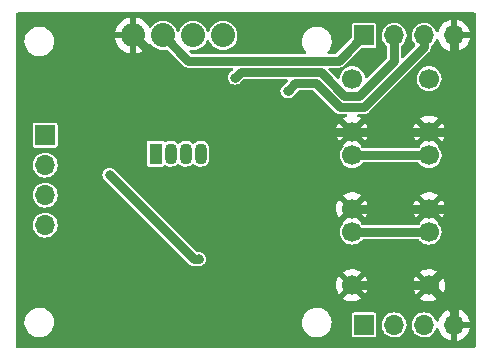
<source format=gbr>
%TF.GenerationSoftware,KiCad,Pcbnew,(6.0.1-0)*%
%TF.CreationDate,2022-03-07T17:04:25+09:00*%
%TF.ProjectId,qLAMP-lcd,714c414d-502d-46c6-9364-2e6b69636164,rev?*%
%TF.SameCoordinates,Original*%
%TF.FileFunction,Copper,L2,Bot*%
%TF.FilePolarity,Positive*%
%FSLAX46Y46*%
G04 Gerber Fmt 4.6, Leading zero omitted, Abs format (unit mm)*
G04 Created by KiCad (PCBNEW (6.0.1-0)) date 2022-03-07 17:04:25*
%MOMM*%
%LPD*%
G01*
G04 APERTURE LIST*
%TA.AperFunction,ComponentPad*%
%ADD10R,1.064920X1.800000*%
%TD*%
%TA.AperFunction,ComponentPad*%
%ADD11O,1.064920X1.800000*%
%TD*%
%TA.AperFunction,ComponentPad*%
%ADD12O,2.032000X2.032000*%
%TD*%
%TA.AperFunction,ComponentPad*%
%ADD13R,1.700000X1.700000*%
%TD*%
%TA.AperFunction,ComponentPad*%
%ADD14O,1.700000X1.700000*%
%TD*%
%TA.AperFunction,ComponentPad*%
%ADD15C,1.700000*%
%TD*%
%TA.AperFunction,ViaPad*%
%ADD16C,0.800000*%
%TD*%
%TA.AperFunction,Conductor*%
%ADD17C,0.762000*%
%TD*%
G04 APERTURE END LIST*
D10*
%TO.P,D1,1,GK*%
%TO.N,Net-(D1-Pad1)*%
X144285005Y-101259996D03*
D11*
%TO.P,D1,2,BK*%
%TO.N,Net-(D1-Pad2)*%
X145555005Y-101259996D03*
%TO.P,D1,3,A*%
%TO.N,VCCL*%
X146825005Y-101259996D03*
%TO.P,D1,4,RK*%
%TO.N,Net-(D1-Pad4)*%
X148095005Y-101259996D03*
%TD*%
D12*
%TO.P,D2,4,SDA*%
%TO.N,SDA*%
X150000000Y-91260000D03*
%TO.P,D2,3,SCL*%
%TO.N,SCL*%
X147460000Y-91260000D03*
%TO.P,D2,2,VCC*%
%TO.N,VCC*%
X144920000Y-91260000D03*
%TO.P,D2,1,GND*%
%TO.N,GND*%
X142380000Y-91260000D03*
%TD*%
D13*
%TO.P,J1,1,Pin_1*%
%TO.N,VCC*%
X161940000Y-91260000D03*
D14*
%TO.P,J1,2,Pin_2*%
%TO.N,SCL*%
X164480000Y-91260000D03*
%TO.P,J1,3,Pin_3*%
%TO.N,SDA*%
X167020000Y-91260000D03*
%TO.P,J1,4,Pin_4*%
%TO.N,GND*%
X169560000Y-91260000D03*
%TD*%
D13*
%TO.P,J3,1,Pin_1*%
%TO.N,VCCL*%
X134940000Y-99700000D03*
D14*
%TO.P,J3,2,Pin_2*%
%TO.N,LED_R*%
X134940000Y-102240000D03*
%TO.P,J3,3,Pin_3*%
%TO.N,LED_G*%
X134940000Y-104779999D03*
%TO.P,J3,4,Pin_4*%
%TO.N,LED_B*%
X134940000Y-107320000D03*
%TD*%
D15*
%TO.P,SW3,1,1*%
%TO.N,TACT3*%
X160940000Y-107910000D03*
%TO.P,SW3,2,2*%
X167440000Y-107910000D03*
%TO.P,SW3,3,3*%
%TO.N,GND*%
X160940000Y-112410000D03*
%TO.P,SW3,4,4*%
X167440000Y-112410000D03*
%TD*%
%TO.P,SW2,1,1*%
%TO.N,TACT2*%
X160940000Y-101410000D03*
%TO.P,SW2,2,2*%
X167440000Y-101410000D03*
%TO.P,SW2,3,3*%
%TO.N,GND*%
X160940000Y-105910000D03*
%TO.P,SW2,4,4*%
X167440000Y-105910000D03*
%TD*%
%TO.P,SW1,1,1*%
%TO.N,TACT1*%
X160940000Y-94910000D03*
%TO.P,SW1,2,2*%
X167440000Y-94910000D03*
%TO.P,SW1,3,3*%
%TO.N,GND*%
X160940000Y-99410000D03*
%TO.P,SW1,4,4*%
X167440000Y-99410000D03*
%TD*%
D13*
%TO.P,J2,1,Pin_1*%
%TO.N,TACT3*%
X161940000Y-115760000D03*
D14*
%TO.P,J2,2,Pin_2*%
%TO.N,TACT2*%
X164480000Y-115760000D03*
%TO.P,J2,3,Pin_3*%
%TO.N,TACT1*%
X167020000Y-115760000D03*
%TO.P,J2,4,Pin_4*%
%TO.N,GND*%
X169560000Y-115760000D03*
%TD*%
D16*
%TO.N,GND*%
X158890000Y-105820000D03*
X161030000Y-103520000D03*
X163600000Y-98170000D03*
X165180000Y-96200000D03*
X168350000Y-92710000D03*
X170710000Y-95910000D03*
X170590000Y-101760000D03*
X170650000Y-107500000D03*
X170310000Y-112740000D03*
X167470000Y-114180000D03*
X167870000Y-110380000D03*
X165540000Y-109260000D03*
X168140000Y-104290000D03*
X164530000Y-102650000D03*
X154080000Y-109200000D03*
X142470000Y-107400000D03*
X142980000Y-103630000D03*
X136860000Y-101130000D03*
X142760000Y-101050000D03*
X137450000Y-98400000D03*
X137180000Y-112680000D03*
X137990000Y-107780000D03*
X133950000Y-109090000D03*
X140360000Y-116570000D03*
X145570000Y-113490000D03*
X149760000Y-116670000D03*
X154910000Y-114600000D03*
X157470000Y-111360000D03*
X152320000Y-112030000D03*
X156440000Y-108070000D03*
X161140000Y-110140000D03*
X152320000Y-104110000D03*
X149520000Y-107910000D03*
X154200000Y-100740000D03*
X150110000Y-100770000D03*
X154480000Y-92110000D03*
X152350000Y-90850000D03*
X142840000Y-93290000D03*
X140280000Y-95180000D03*
X144210000Y-97970000D03*
X133750000Y-96320000D03*
X136270000Y-90850000D03*
X147530000Y-113260000D03*
X143890000Y-109950000D03*
%TO.N,SDA*%
X155465774Y-95984226D03*
%TO.N,SCL*%
X151020000Y-94820000D03*
%TO.N,Net-(Q1-Pad1)*%
X140390000Y-103050000D03*
X147940000Y-110200000D03*
%TD*%
D17*
%TO.N,GND*%
X143890000Y-109950000D02*
X145890000Y-109950000D01*
X145890000Y-109950000D02*
X147530000Y-111590000D01*
X147530000Y-111590000D02*
X147530000Y-113260000D01*
%TO.N,SDA*%
X159878870Y-97308431D02*
X157890400Y-95319961D01*
X167020000Y-91260000D02*
X167020000Y-92221895D01*
X161933464Y-97308431D02*
X159878870Y-97308431D01*
X167020000Y-92221895D02*
X161933464Y-97308431D01*
X157890400Y-95319961D02*
X156130039Y-95319961D01*
X156130039Y-95319961D02*
X155465774Y-95984226D01*
%TO.N,SCL*%
X161533864Y-96343711D02*
X160278470Y-96343711D01*
X160278470Y-96343711D02*
X158290000Y-94355241D01*
X164480000Y-91260000D02*
X164480000Y-93397575D01*
X164480000Y-93397575D02*
X161533864Y-96343711D01*
X158290000Y-94355241D02*
X151484759Y-94355241D01*
X151484759Y-94355241D02*
X151020000Y-94820000D01*
%TO.N,VCC*%
X161940000Y-91260000D02*
X159809479Y-93390521D01*
X147050521Y-93390521D02*
X144920000Y-91260000D01*
X159809479Y-93390521D02*
X147050521Y-93390521D01*
%TO.N,GND*%
X142380000Y-91260000D02*
X150530000Y-99410000D01*
X150530000Y-99410000D02*
X160940000Y-99410000D01*
%TO.N,TACT2*%
X167440000Y-101410000D02*
X160940000Y-101410000D01*
%TO.N,TACT3*%
X167440000Y-107910000D02*
X160940000Y-107910000D01*
%TO.N,GND*%
X160940000Y-112410000D02*
X167440000Y-112410000D01*
X169560000Y-110290000D02*
X169560000Y-105670000D01*
X169560000Y-105670000D02*
X169560000Y-99550000D01*
X169320000Y-105910000D02*
X169560000Y-105670000D01*
X167440000Y-105910000D02*
X169320000Y-105910000D01*
X160940000Y-105910000D02*
X167440000Y-105910000D01*
X169560000Y-99550000D02*
X169560000Y-91260000D01*
X167440000Y-99410000D02*
X169420000Y-99410000D01*
X169420000Y-99410000D02*
X169560000Y-99550000D01*
X160940000Y-99410000D02*
X167440000Y-99410000D01*
X167440000Y-112410000D02*
X169560000Y-110290000D01*
X169560000Y-115760000D02*
X169560000Y-114530000D01*
X169560000Y-114530000D02*
X167440000Y-112410000D01*
%TO.N,Net-(Q1-Pad1)*%
X147940000Y-110200000D02*
X147540000Y-110200000D01*
X147540000Y-110200000D02*
X140390000Y-103050000D01*
%TD*%
%TA.AperFunction,Conductor*%
%TO.N,GND*%
G36*
X171332121Y-89330002D02*
G01*
X171378614Y-89383658D01*
X171390000Y-89436000D01*
X171390000Y-117584000D01*
X171369998Y-117652121D01*
X171316342Y-117698614D01*
X171264000Y-117710000D01*
X132616000Y-117710000D01*
X132547879Y-117689998D01*
X132501386Y-117636342D01*
X132490000Y-117584000D01*
X132490000Y-115599438D01*
X133185066Y-115599438D01*
X133211883Y-115821044D01*
X133277519Y-116034400D01*
X133379901Y-116232759D01*
X133383310Y-116237201D01*
X133383312Y-116237205D01*
X133489036Y-116374987D01*
X133515790Y-116409854D01*
X133680893Y-116560086D01*
X133869990Y-116678707D01*
X134077105Y-116761966D01*
X134082593Y-116763103D01*
X134082598Y-116763104D01*
X134240053Y-116795711D01*
X134295690Y-116807233D01*
X134300303Y-116807499D01*
X134350526Y-116810395D01*
X134350530Y-116810395D01*
X134352349Y-116810500D01*
X134496630Y-116810500D01*
X134499417Y-116810251D01*
X134499423Y-116810251D01*
X134571792Y-116803792D01*
X134662339Y-116795711D01*
X134667753Y-116794230D01*
X134667758Y-116794229D01*
X134795104Y-116759390D01*
X134877651Y-116736808D01*
X134882709Y-116734396D01*
X134882713Y-116734394D01*
X135002393Y-116677309D01*
X135079129Y-116640708D01*
X135260405Y-116510448D01*
X135387987Y-116378794D01*
X135411846Y-116354174D01*
X135411848Y-116354171D01*
X135415749Y-116350146D01*
X135540250Y-116164868D01*
X135629974Y-115960471D01*
X135631282Y-115955023D01*
X135631284Y-115955017D01*
X135680775Y-115748872D01*
X135680775Y-115748871D01*
X135682085Y-115743415D01*
X135690386Y-115599438D01*
X156685066Y-115599438D01*
X156711883Y-115821044D01*
X156777519Y-116034400D01*
X156879901Y-116232759D01*
X156883310Y-116237201D01*
X156883312Y-116237205D01*
X156989036Y-116374987D01*
X157015790Y-116409854D01*
X157180893Y-116560086D01*
X157369990Y-116678707D01*
X157577105Y-116761966D01*
X157582593Y-116763103D01*
X157582598Y-116763104D01*
X157740053Y-116795711D01*
X157795690Y-116807233D01*
X157800303Y-116807499D01*
X157850526Y-116810395D01*
X157850530Y-116810395D01*
X157852349Y-116810500D01*
X157996630Y-116810500D01*
X157999417Y-116810251D01*
X157999423Y-116810251D01*
X158071792Y-116803792D01*
X158162339Y-116795711D01*
X158167753Y-116794230D01*
X158167758Y-116794229D01*
X158295104Y-116759390D01*
X158377651Y-116736808D01*
X158382709Y-116734396D01*
X158382713Y-116734394D01*
X158502393Y-116677309D01*
X158579129Y-116640708D01*
X158593942Y-116630064D01*
X160886300Y-116630064D01*
X160898119Y-116689480D01*
X160943140Y-116756860D01*
X160953455Y-116763752D01*
X160996024Y-116792195D01*
X161010520Y-116801881D01*
X161069936Y-116813700D01*
X162810064Y-116813700D01*
X162869480Y-116801881D01*
X162883977Y-116792195D01*
X162926545Y-116763752D01*
X162936860Y-116756860D01*
X162981881Y-116689480D01*
X162993700Y-116630064D01*
X162993700Y-115745217D01*
X163421305Y-115745217D01*
X163421821Y-115751361D01*
X163438080Y-115944994D01*
X163438081Y-115944999D01*
X163438596Y-115951133D01*
X163457906Y-116018475D01*
X163491260Y-116134791D01*
X163495555Y-116149770D01*
X163590010Y-116333560D01*
X163593835Y-116338386D01*
X163593837Y-116338389D01*
X163653467Y-116413623D01*
X163718364Y-116495503D01*
X163723057Y-116499497D01*
X163723058Y-116499498D01*
X163804370Y-116568699D01*
X163875730Y-116629431D01*
X164056111Y-116730243D01*
X164252639Y-116794099D01*
X164457826Y-116818566D01*
X164463961Y-116818094D01*
X164463963Y-116818094D01*
X164657715Y-116803185D01*
X164657718Y-116803184D01*
X164663858Y-116802712D01*
X164862887Y-116747143D01*
X165047332Y-116653973D01*
X165064311Y-116640708D01*
X165205307Y-116530550D01*
X165205308Y-116530549D01*
X165210168Y-116526752D01*
X165345191Y-116370325D01*
X165447260Y-116190652D01*
X165512486Y-115994575D01*
X165538385Y-115789563D01*
X165538798Y-115760000D01*
X165537348Y-115745217D01*
X165961305Y-115745217D01*
X165961821Y-115751361D01*
X165978080Y-115944994D01*
X165978081Y-115944999D01*
X165978596Y-115951133D01*
X165997906Y-116018475D01*
X166031260Y-116134791D01*
X166035555Y-116149770D01*
X166130010Y-116333560D01*
X166133835Y-116338386D01*
X166133837Y-116338389D01*
X166193467Y-116413623D01*
X166258364Y-116495503D01*
X166263057Y-116499497D01*
X166263058Y-116499498D01*
X166344370Y-116568699D01*
X166415730Y-116629431D01*
X166596111Y-116730243D01*
X166792639Y-116794099D01*
X166997826Y-116818566D01*
X167003961Y-116818094D01*
X167003963Y-116818094D01*
X167197715Y-116803185D01*
X167197718Y-116803184D01*
X167203858Y-116802712D01*
X167402887Y-116747143D01*
X167587332Y-116653973D01*
X167604311Y-116640708D01*
X167745307Y-116530550D01*
X167745308Y-116530549D01*
X167750168Y-116526752D01*
X167885191Y-116370325D01*
X167987260Y-116190652D01*
X168009858Y-116122720D01*
X168050338Y-116064398D01*
X168115926Y-116037218D01*
X168185796Y-116049812D01*
X168237766Y-116098182D01*
X168252332Y-116134791D01*
X168258566Y-116162451D01*
X168261645Y-116172275D01*
X168341770Y-116369603D01*
X168346413Y-116378794D01*
X168457694Y-116560388D01*
X168463777Y-116568699D01*
X168603213Y-116729667D01*
X168610580Y-116736883D01*
X168774434Y-116872916D01*
X168782881Y-116878831D01*
X168966756Y-116986279D01*
X168976042Y-116990729D01*
X169175001Y-117066703D01*
X169184899Y-117069579D01*
X169288250Y-117090606D01*
X169302299Y-117089410D01*
X169306000Y-117079065D01*
X169306000Y-117078517D01*
X169814000Y-117078517D01*
X169818064Y-117092359D01*
X169831478Y-117094393D01*
X169838184Y-117093534D01*
X169848262Y-117091392D01*
X170052255Y-117030191D01*
X170061842Y-117026433D01*
X170253095Y-116932739D01*
X170261945Y-116927464D01*
X170435328Y-116803792D01*
X170443200Y-116797139D01*
X170594052Y-116646812D01*
X170600730Y-116638965D01*
X170725003Y-116466020D01*
X170730313Y-116457183D01*
X170824670Y-116266267D01*
X170828469Y-116256672D01*
X170890377Y-116052910D01*
X170892555Y-116042837D01*
X170893986Y-116031962D01*
X170891775Y-116017778D01*
X170878617Y-116014000D01*
X169832115Y-116014000D01*
X169816876Y-116018475D01*
X169815671Y-116019865D01*
X169814000Y-116027548D01*
X169814000Y-117078517D01*
X169306000Y-117078517D01*
X169306000Y-115487885D01*
X169814000Y-115487885D01*
X169818475Y-115503124D01*
X169819865Y-115504329D01*
X169827548Y-115506000D01*
X170878344Y-115506000D01*
X170891875Y-115502027D01*
X170893180Y-115492947D01*
X170851214Y-115325875D01*
X170847894Y-115316124D01*
X170762972Y-115120814D01*
X170758105Y-115111739D01*
X170642426Y-114932926D01*
X170636136Y-114924757D01*
X170492806Y-114767240D01*
X170485273Y-114760215D01*
X170318139Y-114628222D01*
X170309552Y-114622517D01*
X170123117Y-114519599D01*
X170113705Y-114515369D01*
X169912959Y-114444280D01*
X169902988Y-114441646D01*
X169831837Y-114428972D01*
X169818540Y-114430432D01*
X169814000Y-114444989D01*
X169814000Y-115487885D01*
X169306000Y-115487885D01*
X169306000Y-114443102D01*
X169302082Y-114429758D01*
X169287806Y-114427771D01*
X169249324Y-114433660D01*
X169239288Y-114436051D01*
X169036868Y-114502212D01*
X169027359Y-114506209D01*
X168838463Y-114604542D01*
X168829738Y-114610036D01*
X168659433Y-114737905D01*
X168651726Y-114744748D01*
X168504590Y-114898717D01*
X168498104Y-114906727D01*
X168378098Y-115082649D01*
X168373000Y-115091623D01*
X168283338Y-115284783D01*
X168279775Y-115294470D01*
X168252612Y-115392415D01*
X168215133Y-115452713D01*
X168151004Y-115483176D01*
X168080586Y-115474133D01*
X168026236Y-115428454D01*
X168010573Y-115395162D01*
X168004964Y-115376585D01*
X167998907Y-115356523D01*
X167901895Y-115174070D01*
X167898005Y-115169300D01*
X167898002Y-115169296D01*
X167775187Y-115018710D01*
X167775184Y-115018707D01*
X167771292Y-115013935D01*
X167766543Y-115010006D01*
X167616822Y-114886146D01*
X167616819Y-114886144D01*
X167612072Y-114882217D01*
X167430301Y-114783933D01*
X167303714Y-114744748D01*
X167238788Y-114724650D01*
X167238785Y-114724649D01*
X167232901Y-114722828D01*
X167226776Y-114722184D01*
X167226775Y-114722184D01*
X167033520Y-114701872D01*
X167033519Y-114701872D01*
X167027392Y-114701228D01*
X166900582Y-114712768D01*
X166827742Y-114719397D01*
X166827741Y-114719397D01*
X166821601Y-114719956D01*
X166623367Y-114778300D01*
X166440241Y-114874036D01*
X166279198Y-115003518D01*
X166275239Y-115008236D01*
X166275238Y-115008237D01*
X166188389Y-115111739D01*
X166146371Y-115161814D01*
X166143408Y-115167203D01*
X166143405Y-115167208D01*
X166067913Y-115304528D01*
X166046821Y-115342895D01*
X165984339Y-115539864D01*
X165983653Y-115545981D01*
X165983652Y-115545985D01*
X165977031Y-115605015D01*
X165961305Y-115745217D01*
X165537348Y-115745217D01*
X165518633Y-115554345D01*
X165503169Y-115503124D01*
X165460688Y-115362422D01*
X165460687Y-115362420D01*
X165458907Y-115356523D01*
X165361895Y-115174070D01*
X165358005Y-115169300D01*
X165358002Y-115169296D01*
X165235187Y-115018710D01*
X165235184Y-115018707D01*
X165231292Y-115013935D01*
X165226543Y-115010006D01*
X165076822Y-114886146D01*
X165076819Y-114886144D01*
X165072072Y-114882217D01*
X164890301Y-114783933D01*
X164763714Y-114744748D01*
X164698788Y-114724650D01*
X164698785Y-114724649D01*
X164692901Y-114722828D01*
X164686776Y-114722184D01*
X164686775Y-114722184D01*
X164493520Y-114701872D01*
X164493519Y-114701872D01*
X164487392Y-114701228D01*
X164360582Y-114712768D01*
X164287742Y-114719397D01*
X164287741Y-114719397D01*
X164281601Y-114719956D01*
X164083367Y-114778300D01*
X163900241Y-114874036D01*
X163739198Y-115003518D01*
X163735239Y-115008236D01*
X163735238Y-115008237D01*
X163648389Y-115111739D01*
X163606371Y-115161814D01*
X163603408Y-115167203D01*
X163603405Y-115167208D01*
X163527913Y-115304528D01*
X163506821Y-115342895D01*
X163444339Y-115539864D01*
X163443653Y-115545981D01*
X163443652Y-115545985D01*
X163437031Y-115605015D01*
X163421305Y-115745217D01*
X162993700Y-115745217D01*
X162993700Y-114889936D01*
X162981881Y-114830520D01*
X162936860Y-114763140D01*
X162869480Y-114718119D01*
X162810064Y-114706300D01*
X161069936Y-114706300D01*
X161010520Y-114718119D01*
X160943140Y-114763140D01*
X160898119Y-114830520D01*
X160886300Y-114889936D01*
X160886300Y-116630064D01*
X158593942Y-116630064D01*
X158760405Y-116510448D01*
X158887987Y-116378794D01*
X158911846Y-116354174D01*
X158911848Y-116354171D01*
X158915749Y-116350146D01*
X159040250Y-116164868D01*
X159129974Y-115960471D01*
X159131282Y-115955023D01*
X159131284Y-115955017D01*
X159180775Y-115748872D01*
X159180775Y-115748871D01*
X159182085Y-115743415D01*
X159194934Y-115520562D01*
X159168117Y-115298956D01*
X159102481Y-115085600D01*
X159065492Y-115013935D01*
X159002672Y-114892226D01*
X159000099Y-114887241D01*
X158996690Y-114882799D01*
X158996688Y-114882795D01*
X158867620Y-114714590D01*
X158864210Y-114710146D01*
X158699107Y-114559914D01*
X158510010Y-114441293D01*
X158302895Y-114358034D01*
X158297407Y-114356897D01*
X158297402Y-114356896D01*
X158132845Y-114322818D01*
X158084310Y-114312767D01*
X158079697Y-114312501D01*
X158029474Y-114309605D01*
X158029470Y-114309605D01*
X158027651Y-114309500D01*
X157883370Y-114309500D01*
X157880583Y-114309749D01*
X157880577Y-114309749D01*
X157811003Y-114315959D01*
X157717661Y-114324289D01*
X157712247Y-114325770D01*
X157712242Y-114325771D01*
X157598470Y-114356896D01*
X157502349Y-114383192D01*
X157497291Y-114385604D01*
X157497287Y-114385606D01*
X157408887Y-114427771D01*
X157300871Y-114479292D01*
X157119595Y-114609552D01*
X157054752Y-114676465D01*
X156973592Y-114760215D01*
X156964251Y-114769854D01*
X156839750Y-114955132D01*
X156837491Y-114960278D01*
X156837490Y-114960280D01*
X156815662Y-115010006D01*
X156750026Y-115159529D01*
X156748718Y-115164977D01*
X156748716Y-115164983D01*
X156701316Y-115362420D01*
X156697915Y-115376585D01*
X156685066Y-115599438D01*
X135690386Y-115599438D01*
X135694934Y-115520562D01*
X135668117Y-115298956D01*
X135602481Y-115085600D01*
X135565492Y-115013935D01*
X135502672Y-114892226D01*
X135500099Y-114887241D01*
X135496690Y-114882799D01*
X135496688Y-114882795D01*
X135367620Y-114714590D01*
X135364210Y-114710146D01*
X135199107Y-114559914D01*
X135010010Y-114441293D01*
X134802895Y-114358034D01*
X134797407Y-114356897D01*
X134797402Y-114356896D01*
X134632845Y-114322818D01*
X134584310Y-114312767D01*
X134579697Y-114312501D01*
X134529474Y-114309605D01*
X134529470Y-114309605D01*
X134527651Y-114309500D01*
X134383370Y-114309500D01*
X134380583Y-114309749D01*
X134380577Y-114309749D01*
X134311003Y-114315959D01*
X134217661Y-114324289D01*
X134212247Y-114325770D01*
X134212242Y-114325771D01*
X134098470Y-114356896D01*
X134002349Y-114383192D01*
X133997291Y-114385604D01*
X133997287Y-114385606D01*
X133908887Y-114427771D01*
X133800871Y-114479292D01*
X133619595Y-114609552D01*
X133554752Y-114676465D01*
X133473592Y-114760215D01*
X133464251Y-114769854D01*
X133339750Y-114955132D01*
X133337491Y-114960278D01*
X133337490Y-114960280D01*
X133315662Y-115010006D01*
X133250026Y-115159529D01*
X133248718Y-115164977D01*
X133248716Y-115164983D01*
X133201316Y-115362420D01*
X133197915Y-115376585D01*
X133185066Y-115599438D01*
X132490000Y-115599438D01*
X132490000Y-113534853D01*
X160179977Y-113534853D01*
X160185258Y-113541907D01*
X160346756Y-113636279D01*
X160356042Y-113640729D01*
X160555001Y-113716703D01*
X160564899Y-113719579D01*
X160773595Y-113762038D01*
X160783823Y-113763257D01*
X160996650Y-113771062D01*
X161006936Y-113770595D01*
X161218185Y-113743534D01*
X161228262Y-113741392D01*
X161432255Y-113680191D01*
X161441842Y-113676433D01*
X161633098Y-113582738D01*
X161641944Y-113577465D01*
X161689247Y-113543723D01*
X161696211Y-113534853D01*
X166679977Y-113534853D01*
X166685258Y-113541907D01*
X166846756Y-113636279D01*
X166856042Y-113640729D01*
X167055001Y-113716703D01*
X167064899Y-113719579D01*
X167273595Y-113762038D01*
X167283823Y-113763257D01*
X167496650Y-113771062D01*
X167506936Y-113770595D01*
X167718185Y-113743534D01*
X167728262Y-113741392D01*
X167932255Y-113680191D01*
X167941842Y-113676433D01*
X168133098Y-113582738D01*
X168141944Y-113577465D01*
X168189247Y-113543723D01*
X168197648Y-113533023D01*
X168190660Y-113519870D01*
X167452812Y-112782022D01*
X167438868Y-112774408D01*
X167437035Y-112774539D01*
X167430420Y-112778790D01*
X166686737Y-113522473D01*
X166679977Y-113534853D01*
X161696211Y-113534853D01*
X161697648Y-113533023D01*
X161690660Y-113519870D01*
X160952812Y-112782022D01*
X160938868Y-112774408D01*
X160937035Y-112774539D01*
X160930420Y-112778790D01*
X160186737Y-113522473D01*
X160179977Y-113534853D01*
X132490000Y-113534853D01*
X132490000Y-112381863D01*
X159578050Y-112381863D01*
X159590309Y-112594477D01*
X159591745Y-112604697D01*
X159638565Y-112812446D01*
X159641645Y-112822275D01*
X159721770Y-113019603D01*
X159726413Y-113028794D01*
X159806460Y-113159420D01*
X159816916Y-113168880D01*
X159825694Y-113165096D01*
X160567978Y-112422812D01*
X160574356Y-112411132D01*
X161304408Y-112411132D01*
X161304539Y-112412965D01*
X161308790Y-112419580D01*
X162050474Y-113161264D01*
X162062484Y-113167823D01*
X162074223Y-113158855D01*
X162105004Y-113116019D01*
X162110315Y-113107180D01*
X162204670Y-112916267D01*
X162208469Y-112906672D01*
X162270376Y-112702915D01*
X162272555Y-112692834D01*
X162300590Y-112479887D01*
X162301109Y-112473212D01*
X162302572Y-112413364D01*
X162302378Y-112406646D01*
X162300341Y-112381863D01*
X166078050Y-112381863D01*
X166090309Y-112594477D01*
X166091745Y-112604697D01*
X166138565Y-112812446D01*
X166141645Y-112822275D01*
X166221770Y-113019603D01*
X166226413Y-113028794D01*
X166306460Y-113159420D01*
X166316916Y-113168880D01*
X166325694Y-113165096D01*
X167067978Y-112422812D01*
X167074356Y-112411132D01*
X167804408Y-112411132D01*
X167804539Y-112412965D01*
X167808790Y-112419580D01*
X168550474Y-113161264D01*
X168562484Y-113167823D01*
X168574223Y-113158855D01*
X168605004Y-113116019D01*
X168610315Y-113107180D01*
X168704670Y-112916267D01*
X168708469Y-112906672D01*
X168770376Y-112702915D01*
X168772555Y-112692834D01*
X168800590Y-112479887D01*
X168801109Y-112473212D01*
X168802572Y-112413364D01*
X168802378Y-112406646D01*
X168784781Y-112192604D01*
X168783096Y-112182424D01*
X168731214Y-111975875D01*
X168727894Y-111966124D01*
X168642972Y-111770814D01*
X168638105Y-111761739D01*
X168573063Y-111661197D01*
X168562377Y-111651995D01*
X168552812Y-111656398D01*
X167812022Y-112397188D01*
X167804408Y-112411132D01*
X167074356Y-112411132D01*
X167075592Y-112408868D01*
X167075461Y-112407035D01*
X167071210Y-112400420D01*
X166329849Y-111659059D01*
X166318313Y-111652759D01*
X166306031Y-111662382D01*
X166258089Y-111732662D01*
X166253004Y-111741613D01*
X166163338Y-111934783D01*
X166159775Y-111944470D01*
X166102864Y-112149681D01*
X166100933Y-112159800D01*
X166078302Y-112371574D01*
X166078050Y-112381863D01*
X162300341Y-112381863D01*
X162284781Y-112192604D01*
X162283096Y-112182424D01*
X162231214Y-111975875D01*
X162227894Y-111966124D01*
X162142972Y-111770814D01*
X162138105Y-111761739D01*
X162073063Y-111661197D01*
X162062377Y-111651995D01*
X162052812Y-111656398D01*
X161312022Y-112397188D01*
X161304408Y-112411132D01*
X160574356Y-112411132D01*
X160575592Y-112408868D01*
X160575461Y-112407035D01*
X160571210Y-112400420D01*
X159829849Y-111659059D01*
X159818313Y-111652759D01*
X159806031Y-111662382D01*
X159758089Y-111732662D01*
X159753004Y-111741613D01*
X159663338Y-111934783D01*
X159659775Y-111944470D01*
X159602864Y-112149681D01*
X159600933Y-112159800D01*
X159578302Y-112371574D01*
X159578050Y-112381863D01*
X132490000Y-112381863D01*
X132490000Y-111286427D01*
X160181223Y-111286427D01*
X160187968Y-111298758D01*
X160927188Y-112037978D01*
X160941132Y-112045592D01*
X160942965Y-112045461D01*
X160949580Y-112041210D01*
X161693389Y-111297401D01*
X161699382Y-111286427D01*
X166681223Y-111286427D01*
X166687968Y-111298758D01*
X167427188Y-112037978D01*
X167441132Y-112045592D01*
X167442965Y-112045461D01*
X167449580Y-112041210D01*
X168193389Y-111297401D01*
X168200410Y-111284544D01*
X168193611Y-111275213D01*
X168189554Y-111272518D01*
X168003117Y-111169599D01*
X167993705Y-111165369D01*
X167792959Y-111094280D01*
X167782989Y-111091646D01*
X167573327Y-111054301D01*
X167563073Y-111053331D01*
X167350116Y-111050728D01*
X167339832Y-111051448D01*
X167129321Y-111083661D01*
X167119293Y-111086050D01*
X166916868Y-111152212D01*
X166907359Y-111156209D01*
X166718466Y-111254540D01*
X166709734Y-111260039D01*
X166689677Y-111275099D01*
X166681223Y-111286427D01*
X161699382Y-111286427D01*
X161700410Y-111284544D01*
X161693611Y-111275213D01*
X161689554Y-111272518D01*
X161503117Y-111169599D01*
X161493705Y-111165369D01*
X161292959Y-111094280D01*
X161282989Y-111091646D01*
X161073327Y-111054301D01*
X161063073Y-111053331D01*
X160850116Y-111050728D01*
X160839832Y-111051448D01*
X160629321Y-111083661D01*
X160619293Y-111086050D01*
X160416868Y-111152212D01*
X160407359Y-111156209D01*
X160218466Y-111254540D01*
X160209734Y-111260039D01*
X160189677Y-111275099D01*
X160181223Y-111286427D01*
X132490000Y-111286427D01*
X132490000Y-107305217D01*
X133881305Y-107305217D01*
X133881821Y-107311361D01*
X133898080Y-107504994D01*
X133898081Y-107504999D01*
X133898596Y-107511133D01*
X133900294Y-107517053D01*
X133952307Y-107698442D01*
X133955555Y-107709770D01*
X134050010Y-107893560D01*
X134053835Y-107898386D01*
X134053837Y-107898389D01*
X134083678Y-107936039D01*
X134178364Y-108055503D01*
X134335730Y-108189431D01*
X134516111Y-108290243D01*
X134712639Y-108354099D01*
X134917826Y-108378566D01*
X134923961Y-108378094D01*
X134923963Y-108378094D01*
X135117715Y-108363185D01*
X135117718Y-108363184D01*
X135123858Y-108362712D01*
X135322887Y-108307143D01*
X135507332Y-108213973D01*
X135534899Y-108192436D01*
X135665307Y-108090550D01*
X135665308Y-108090549D01*
X135670168Y-108086752D01*
X135805191Y-107930325D01*
X135814737Y-107913522D01*
X135904213Y-107756015D01*
X135907260Y-107750652D01*
X135972486Y-107554575D01*
X135998385Y-107349563D01*
X135998798Y-107320000D01*
X135978633Y-107114345D01*
X135973162Y-107096222D01*
X135920688Y-106922422D01*
X135918907Y-106916523D01*
X135821895Y-106734070D01*
X135818005Y-106729300D01*
X135818002Y-106729296D01*
X135695187Y-106578710D01*
X135695184Y-106578707D01*
X135691292Y-106573935D01*
X135686543Y-106570006D01*
X135536822Y-106446146D01*
X135536819Y-106446144D01*
X135532072Y-106442217D01*
X135350301Y-106343933D01*
X135248582Y-106312446D01*
X135158788Y-106284650D01*
X135158785Y-106284649D01*
X135152901Y-106282828D01*
X135146776Y-106282184D01*
X135146775Y-106282184D01*
X134953520Y-106261872D01*
X134953519Y-106261872D01*
X134947392Y-106261228D01*
X134820582Y-106272768D01*
X134747742Y-106279397D01*
X134747741Y-106279397D01*
X134741601Y-106279956D01*
X134543367Y-106338300D01*
X134360241Y-106434036D01*
X134199198Y-106563518D01*
X134066371Y-106721814D01*
X134063408Y-106727203D01*
X134063405Y-106727208D01*
X134059633Y-106734070D01*
X133966821Y-106902895D01*
X133904339Y-107099864D01*
X133903653Y-107105981D01*
X133903652Y-107105985D01*
X133884253Y-107278936D01*
X133881305Y-107305217D01*
X132490000Y-107305217D01*
X132490000Y-104765216D01*
X133881305Y-104765216D01*
X133882252Y-104776494D01*
X133898080Y-104964993D01*
X133898081Y-104964998D01*
X133898596Y-104971132D01*
X133900294Y-104977052D01*
X133953437Y-105162382D01*
X133955555Y-105169769D01*
X134050010Y-105353559D01*
X134053835Y-105358385D01*
X134053837Y-105358388D01*
X134146956Y-105475875D01*
X134178364Y-105515502D01*
X134335730Y-105649430D01*
X134516111Y-105750242D01*
X134712639Y-105814098D01*
X134917826Y-105838565D01*
X134923961Y-105838093D01*
X134923963Y-105838093D01*
X135117715Y-105823184D01*
X135117718Y-105823183D01*
X135123858Y-105822711D01*
X135322887Y-105767142D01*
X135507332Y-105673972D01*
X135525472Y-105659800D01*
X135665307Y-105550549D01*
X135665308Y-105550548D01*
X135670168Y-105546751D01*
X135805191Y-105390324D01*
X135907260Y-105210651D01*
X135972486Y-105014574D01*
X135998385Y-104809562D01*
X135998798Y-104779999D01*
X135978633Y-104574344D01*
X135918907Y-104376522D01*
X135821895Y-104194069D01*
X135818005Y-104189299D01*
X135818002Y-104189295D01*
X135695187Y-104038709D01*
X135695184Y-104038706D01*
X135691292Y-104033934D01*
X135686543Y-104030005D01*
X135536822Y-103906145D01*
X135536819Y-103906143D01*
X135532072Y-103902216D01*
X135350301Y-103803932D01*
X135251601Y-103773380D01*
X135158788Y-103744649D01*
X135158785Y-103744648D01*
X135152901Y-103742827D01*
X135146776Y-103742183D01*
X135146775Y-103742183D01*
X134953520Y-103721871D01*
X134953519Y-103721871D01*
X134947392Y-103721227D01*
X134820582Y-103732767D01*
X134747742Y-103739396D01*
X134747741Y-103739396D01*
X134741601Y-103739955D01*
X134543367Y-103798299D01*
X134360241Y-103894035D01*
X134199198Y-104023517D01*
X134066371Y-104181813D01*
X134063408Y-104187202D01*
X134063405Y-104187207D01*
X134059633Y-104194069D01*
X133966821Y-104362894D01*
X133904339Y-104559863D01*
X133903653Y-104565980D01*
X133903652Y-104565984D01*
X133881992Y-104759091D01*
X133881305Y-104765216D01*
X132490000Y-104765216D01*
X132490000Y-102225217D01*
X133881305Y-102225217D01*
X133881821Y-102231361D01*
X133898080Y-102424994D01*
X133898081Y-102424999D01*
X133898596Y-102431133D01*
X133907092Y-102460761D01*
X133952592Y-102619436D01*
X133955555Y-102629770D01*
X134050010Y-102813560D01*
X134053835Y-102818386D01*
X134053837Y-102818389D01*
X134174535Y-102970672D01*
X134178364Y-102975503D01*
X134335730Y-103109431D01*
X134516111Y-103210243D01*
X134712639Y-103274099D01*
X134917826Y-103298566D01*
X134923961Y-103298094D01*
X134923963Y-103298094D01*
X135117715Y-103283185D01*
X135117718Y-103283184D01*
X135123858Y-103282712D01*
X135322887Y-103227143D01*
X135507332Y-103133973D01*
X135534899Y-103112436D01*
X135614813Y-103050000D01*
X139781091Y-103050000D01*
X139801839Y-103207597D01*
X139862669Y-103354454D01*
X139959436Y-103480564D01*
X140085545Y-103577331D01*
X140085990Y-103577515D01*
X140105915Y-103592805D01*
X147093613Y-110580503D01*
X147104480Y-110592894D01*
X147122987Y-110617013D01*
X147129537Y-110622039D01*
X147129538Y-110622040D01*
X147140647Y-110630564D01*
X147191029Y-110669223D01*
X147245127Y-110710734D01*
X147285196Y-110727331D01*
X147387363Y-110769650D01*
X147395551Y-110770728D01*
X147501676Y-110784700D01*
X147501681Y-110784700D01*
X147540000Y-110789745D01*
X147548188Y-110788667D01*
X147570133Y-110785778D01*
X147586579Y-110784700D01*
X147757063Y-110784700D01*
X147781961Y-110787978D01*
X147782403Y-110788161D01*
X147790587Y-110789238D01*
X147790589Y-110789239D01*
X147931812Y-110807831D01*
X147940000Y-110808909D01*
X147948188Y-110807831D01*
X148089409Y-110789239D01*
X148097597Y-110788161D01*
X148105224Y-110785002D01*
X148105227Y-110785001D01*
X148171026Y-110757746D01*
X148244455Y-110727331D01*
X148370564Y-110630564D01*
X148467331Y-110504454D01*
X148528161Y-110357597D01*
X148548909Y-110200000D01*
X148528161Y-110042403D01*
X148467331Y-109895546D01*
X148370564Y-109769436D01*
X148244455Y-109672669D01*
X148171026Y-109642254D01*
X148105227Y-109614999D01*
X148105224Y-109614998D01*
X148097597Y-109611839D01*
X147940000Y-109591091D01*
X147917598Y-109594040D01*
X147840760Y-109604156D01*
X147770611Y-109593217D01*
X147735219Y-109568329D01*
X146062107Y-107895217D01*
X159881305Y-107895217D01*
X159881821Y-107901361D01*
X159898080Y-108094994D01*
X159898081Y-108094999D01*
X159898596Y-108101133D01*
X159955555Y-108299770D01*
X160050010Y-108483560D01*
X160053835Y-108488386D01*
X160053837Y-108488389D01*
X160174535Y-108640672D01*
X160178364Y-108645503D01*
X160335730Y-108779431D01*
X160516111Y-108880243D01*
X160712639Y-108944099D01*
X160917826Y-108968566D01*
X160923961Y-108968094D01*
X160923963Y-108968094D01*
X161117715Y-108953185D01*
X161117718Y-108953184D01*
X161123858Y-108952712D01*
X161322887Y-108897143D01*
X161507332Y-108803973D01*
X161534899Y-108782436D01*
X161665307Y-108680550D01*
X161665308Y-108680549D01*
X161670168Y-108676752D01*
X161789616Y-108538369D01*
X161849269Y-108499872D01*
X161884998Y-108494700D01*
X166497928Y-108494700D01*
X166566049Y-108514702D01*
X166596673Y-108542435D01*
X166678364Y-108645503D01*
X166835730Y-108779431D01*
X167016111Y-108880243D01*
X167212639Y-108944099D01*
X167417826Y-108968566D01*
X167423961Y-108968094D01*
X167423963Y-108968094D01*
X167617715Y-108953185D01*
X167617718Y-108953184D01*
X167623858Y-108952712D01*
X167822887Y-108897143D01*
X168007332Y-108803973D01*
X168034899Y-108782436D01*
X168165307Y-108680550D01*
X168165308Y-108680549D01*
X168170168Y-108676752D01*
X168305191Y-108520325D01*
X168308386Y-108514702D01*
X168343303Y-108453237D01*
X168407260Y-108340652D01*
X168472486Y-108144575D01*
X168498385Y-107939563D01*
X168498798Y-107910000D01*
X168478633Y-107704345D01*
X168418907Y-107506523D01*
X168370401Y-107415297D01*
X168324789Y-107329512D01*
X168324787Y-107329509D01*
X168321895Y-107324070D01*
X168318001Y-107319295D01*
X168317998Y-107319291D01*
X168205889Y-107181831D01*
X168178335Y-107116400D01*
X168190531Y-107046458D01*
X168198262Y-107034180D01*
X168190660Y-107019870D01*
X167452812Y-106282022D01*
X167438868Y-106274408D01*
X167437035Y-106274539D01*
X167430420Y-106278790D01*
X166686737Y-107022473D01*
X166679123Y-107036417D01*
X166679240Y-107038066D01*
X166700931Y-107096222D01*
X166685839Y-107165596D01*
X166671773Y-107186202D01*
X166592821Y-107280292D01*
X166533711Y-107319618D01*
X166496300Y-107325300D01*
X161882728Y-107325300D01*
X161814607Y-107305298D01*
X161785085Y-107278936D01*
X161705889Y-107181832D01*
X161678335Y-107116400D01*
X161690530Y-107046459D01*
X161698262Y-107034180D01*
X161690660Y-107019870D01*
X160952812Y-106282022D01*
X160938868Y-106274408D01*
X160937035Y-106274539D01*
X160930420Y-106278790D01*
X160186737Y-107022473D01*
X160179123Y-107036417D01*
X160179240Y-107038066D01*
X160200931Y-107096222D01*
X160185839Y-107165596D01*
X160171774Y-107186200D01*
X160066371Y-107311814D01*
X160063408Y-107317203D01*
X160063405Y-107317208D01*
X159969788Y-107487498D01*
X159966821Y-107492895D01*
X159904339Y-107689864D01*
X159903653Y-107695981D01*
X159903652Y-107695985D01*
X159896919Y-107756015D01*
X159881305Y-107895217D01*
X146062107Y-107895217D01*
X144048753Y-105881863D01*
X159578050Y-105881863D01*
X159590309Y-106094477D01*
X159591745Y-106104697D01*
X159638565Y-106312446D01*
X159641645Y-106322275D01*
X159721770Y-106519603D01*
X159726413Y-106528794D01*
X159806460Y-106659420D01*
X159816916Y-106668880D01*
X159825694Y-106665096D01*
X160567978Y-105922812D01*
X160574356Y-105911132D01*
X161304408Y-105911132D01*
X161304539Y-105912965D01*
X161308790Y-105919580D01*
X162050474Y-106661264D01*
X162062484Y-106667823D01*
X162074223Y-106658855D01*
X162105004Y-106616019D01*
X162110315Y-106607180D01*
X162204670Y-106416267D01*
X162208469Y-106406672D01*
X162270376Y-106202915D01*
X162272555Y-106192834D01*
X162300590Y-105979887D01*
X162301109Y-105973212D01*
X162302572Y-105913364D01*
X162302378Y-105906646D01*
X162300341Y-105881863D01*
X166078050Y-105881863D01*
X166090309Y-106094477D01*
X166091745Y-106104697D01*
X166138565Y-106312446D01*
X166141645Y-106322275D01*
X166221770Y-106519603D01*
X166226413Y-106528794D01*
X166306460Y-106659420D01*
X166316916Y-106668880D01*
X166325694Y-106665096D01*
X167067978Y-105922812D01*
X167074356Y-105911132D01*
X167804408Y-105911132D01*
X167804539Y-105912965D01*
X167808790Y-105919580D01*
X168550474Y-106661264D01*
X168562484Y-106667823D01*
X168574223Y-106658855D01*
X168605004Y-106616019D01*
X168610315Y-106607180D01*
X168704670Y-106416267D01*
X168708469Y-106406672D01*
X168770376Y-106202915D01*
X168772555Y-106192834D01*
X168800590Y-105979887D01*
X168801109Y-105973212D01*
X168802572Y-105913364D01*
X168802378Y-105906646D01*
X168784781Y-105692604D01*
X168783096Y-105682424D01*
X168731214Y-105475875D01*
X168727894Y-105466124D01*
X168642972Y-105270814D01*
X168638105Y-105261739D01*
X168573063Y-105161197D01*
X168562377Y-105151995D01*
X168552812Y-105156398D01*
X167812022Y-105897188D01*
X167804408Y-105911132D01*
X167074356Y-105911132D01*
X167075592Y-105908868D01*
X167075461Y-105907035D01*
X167071210Y-105900420D01*
X166329849Y-105159059D01*
X166318313Y-105152759D01*
X166306031Y-105162382D01*
X166258089Y-105232662D01*
X166253004Y-105241613D01*
X166163338Y-105434783D01*
X166159775Y-105444470D01*
X166102864Y-105649681D01*
X166100933Y-105659800D01*
X166078302Y-105871574D01*
X166078050Y-105881863D01*
X162300341Y-105881863D01*
X162284781Y-105692604D01*
X162283096Y-105682424D01*
X162231214Y-105475875D01*
X162227894Y-105466124D01*
X162142972Y-105270814D01*
X162138105Y-105261739D01*
X162073063Y-105161197D01*
X162062377Y-105151995D01*
X162052812Y-105156398D01*
X161312022Y-105897188D01*
X161304408Y-105911132D01*
X160574356Y-105911132D01*
X160575592Y-105908868D01*
X160575461Y-105907035D01*
X160571210Y-105900420D01*
X159829849Y-105159059D01*
X159818313Y-105152759D01*
X159806031Y-105162382D01*
X159758089Y-105232662D01*
X159753004Y-105241613D01*
X159663338Y-105434783D01*
X159659775Y-105444470D01*
X159602864Y-105649681D01*
X159600933Y-105659800D01*
X159578302Y-105871574D01*
X159578050Y-105881863D01*
X144048753Y-105881863D01*
X142953317Y-104786427D01*
X160181223Y-104786427D01*
X160187968Y-104798758D01*
X160927188Y-105537978D01*
X160941132Y-105545592D01*
X160942965Y-105545461D01*
X160949580Y-105541210D01*
X161693389Y-104797401D01*
X161699382Y-104786427D01*
X166681223Y-104786427D01*
X166687968Y-104798758D01*
X167427188Y-105537978D01*
X167441132Y-105545592D01*
X167442965Y-105545461D01*
X167449580Y-105541210D01*
X168193389Y-104797401D01*
X168200410Y-104784544D01*
X168193611Y-104775213D01*
X168189554Y-104772518D01*
X168003117Y-104669599D01*
X167993705Y-104665369D01*
X167792959Y-104594280D01*
X167782989Y-104591646D01*
X167573327Y-104554301D01*
X167563073Y-104553331D01*
X167350116Y-104550728D01*
X167339832Y-104551448D01*
X167129321Y-104583661D01*
X167119293Y-104586050D01*
X166916868Y-104652212D01*
X166907359Y-104656209D01*
X166718466Y-104754540D01*
X166709734Y-104760039D01*
X166689677Y-104775099D01*
X166681223Y-104786427D01*
X161699382Y-104786427D01*
X161700410Y-104784544D01*
X161693611Y-104775213D01*
X161689554Y-104772518D01*
X161503117Y-104669599D01*
X161493705Y-104665369D01*
X161292959Y-104594280D01*
X161282989Y-104591646D01*
X161073327Y-104554301D01*
X161063073Y-104553331D01*
X160850116Y-104550728D01*
X160839832Y-104551448D01*
X160629321Y-104583661D01*
X160619293Y-104586050D01*
X160416868Y-104652212D01*
X160407359Y-104656209D01*
X160218466Y-104754540D01*
X160209734Y-104760039D01*
X160189677Y-104775099D01*
X160181223Y-104786427D01*
X142953317Y-104786427D01*
X140932805Y-102765915D01*
X140917514Y-102745989D01*
X140917331Y-102745546D01*
X140820564Y-102619436D01*
X140694455Y-102522669D01*
X140563570Y-102468455D01*
X140555227Y-102464999D01*
X140555224Y-102464998D01*
X140547597Y-102461839D01*
X140390000Y-102441091D01*
X140232403Y-102461839D01*
X140224776Y-102464998D01*
X140224773Y-102464999D01*
X140201655Y-102474575D01*
X140085546Y-102522669D01*
X139959436Y-102619436D01*
X139862669Y-102745546D01*
X139859509Y-102753176D01*
X139821488Y-102844967D01*
X139801839Y-102892403D01*
X139781091Y-103050000D01*
X135614813Y-103050000D01*
X135665307Y-103010550D01*
X135665308Y-103010549D01*
X135670168Y-103006752D01*
X135805191Y-102850325D01*
X135907260Y-102670652D01*
X135972486Y-102474575D01*
X135998385Y-102269563D01*
X135998798Y-102240000D01*
X135992921Y-102180060D01*
X143548845Y-102180060D01*
X143560664Y-102239476D01*
X143605685Y-102306856D01*
X143673065Y-102351877D01*
X143732481Y-102363696D01*
X144837529Y-102363696D01*
X144896945Y-102351877D01*
X144964325Y-102306856D01*
X144980925Y-102282012D01*
X145035402Y-102236484D01*
X145105845Y-102227635D01*
X145148974Y-102243058D01*
X145259463Y-102307235D01*
X145423755Y-102356994D01*
X145595087Y-102367623D01*
X145602302Y-102366383D01*
X145602306Y-102366383D01*
X145757048Y-102339794D01*
X145757050Y-102339793D01*
X145764269Y-102338553D01*
X145838761Y-102306856D01*
X145915488Y-102274208D01*
X145915490Y-102274207D01*
X145922225Y-102271341D01*
X146060483Y-102169595D01*
X146093098Y-102131204D01*
X146152446Y-102092241D01*
X146223439Y-102091548D01*
X146275775Y-102121312D01*
X146375711Y-102215982D01*
X146381025Y-102221016D01*
X146529463Y-102307235D01*
X146693755Y-102356994D01*
X146865087Y-102367623D01*
X146872302Y-102366383D01*
X146872306Y-102366383D01*
X147027048Y-102339794D01*
X147027050Y-102339793D01*
X147034269Y-102338553D01*
X147108761Y-102306856D01*
X147185488Y-102274208D01*
X147185490Y-102274207D01*
X147192225Y-102271341D01*
X147330483Y-102169595D01*
X147363098Y-102131204D01*
X147422446Y-102092241D01*
X147493439Y-102091548D01*
X147545775Y-102121312D01*
X147645711Y-102215982D01*
X147651025Y-102221016D01*
X147799463Y-102307235D01*
X147963755Y-102356994D01*
X148135087Y-102367623D01*
X148142302Y-102366383D01*
X148142306Y-102366383D01*
X148297048Y-102339794D01*
X148297050Y-102339793D01*
X148304269Y-102338553D01*
X148378761Y-102306856D01*
X148455488Y-102274208D01*
X148455490Y-102274207D01*
X148462225Y-102271341D01*
X148600483Y-102169595D01*
X148711626Y-102038771D01*
X148789692Y-101885888D01*
X148800762Y-101840652D01*
X148829160Y-101724596D01*
X148830494Y-101719146D01*
X148831165Y-101708329D01*
X148831165Y-101395217D01*
X159881305Y-101395217D01*
X159881821Y-101401361D01*
X159898080Y-101594994D01*
X159898081Y-101594999D01*
X159898596Y-101601133D01*
X159955555Y-101799770D01*
X160050010Y-101983560D01*
X160053835Y-101988386D01*
X160053837Y-101988389D01*
X160167032Y-102131205D01*
X160178364Y-102145503D01*
X160183057Y-102149497D01*
X160183058Y-102149498D01*
X160279248Y-102231361D01*
X160335730Y-102279431D01*
X160516111Y-102380243D01*
X160712639Y-102444099D01*
X160917826Y-102468566D01*
X160923961Y-102468094D01*
X160923963Y-102468094D01*
X161117715Y-102453185D01*
X161117718Y-102453184D01*
X161123858Y-102452712D01*
X161322887Y-102397143D01*
X161507332Y-102303973D01*
X161534899Y-102282436D01*
X161665307Y-102180550D01*
X161665308Y-102180549D01*
X161670168Y-102176752D01*
X161789616Y-102038369D01*
X161849269Y-101999872D01*
X161884998Y-101994700D01*
X166497928Y-101994700D01*
X166566049Y-102014702D01*
X166596673Y-102042435D01*
X166678364Y-102145503D01*
X166683057Y-102149497D01*
X166683058Y-102149498D01*
X166779248Y-102231361D01*
X166835730Y-102279431D01*
X167016111Y-102380243D01*
X167212639Y-102444099D01*
X167417826Y-102468566D01*
X167423961Y-102468094D01*
X167423963Y-102468094D01*
X167617715Y-102453185D01*
X167617718Y-102453184D01*
X167623858Y-102452712D01*
X167822887Y-102397143D01*
X168007332Y-102303973D01*
X168034899Y-102282436D01*
X168165307Y-102180550D01*
X168165308Y-102180549D01*
X168170168Y-102176752D01*
X168298185Y-102028442D01*
X168301167Y-102024987D01*
X168301167Y-102024986D01*
X168305191Y-102020325D01*
X168308386Y-102014702D01*
X168404213Y-101846015D01*
X168407260Y-101840652D01*
X168472486Y-101644575D01*
X168498385Y-101439563D01*
X168498798Y-101410000D01*
X168478633Y-101204345D01*
X168471823Y-101181787D01*
X168420688Y-101012422D01*
X168418907Y-101006523D01*
X168370401Y-100915296D01*
X168324789Y-100829512D01*
X168324787Y-100829509D01*
X168321895Y-100824070D01*
X168318001Y-100819295D01*
X168317998Y-100819291D01*
X168205889Y-100681831D01*
X168178335Y-100616400D01*
X168190531Y-100546458D01*
X168198262Y-100534180D01*
X168190660Y-100519870D01*
X167452812Y-99782022D01*
X167438868Y-99774408D01*
X167437035Y-99774539D01*
X167430420Y-99778790D01*
X166686737Y-100522473D01*
X166679123Y-100536417D01*
X166679240Y-100538066D01*
X166700931Y-100596222D01*
X166685839Y-100665596D01*
X166671774Y-100686200D01*
X166641776Y-100721950D01*
X166592821Y-100780292D01*
X166533711Y-100819618D01*
X166496300Y-100825300D01*
X161882728Y-100825300D01*
X161814607Y-100805298D01*
X161785085Y-100778936D01*
X161705889Y-100681832D01*
X161678335Y-100616400D01*
X161690530Y-100546459D01*
X161698262Y-100534180D01*
X161690660Y-100519870D01*
X160952812Y-99782022D01*
X160938868Y-99774408D01*
X160937035Y-99774539D01*
X160930420Y-99778790D01*
X160186737Y-100522473D01*
X160179123Y-100536417D01*
X160179240Y-100538066D01*
X160200931Y-100596222D01*
X160185839Y-100665596D01*
X160171774Y-100686200D01*
X160066371Y-100811814D01*
X160063408Y-100817203D01*
X160063405Y-100817208D01*
X160045671Y-100849467D01*
X159966821Y-100992895D01*
X159904339Y-101189864D01*
X159903653Y-101195981D01*
X159903652Y-101195985D01*
X159884566Y-101366146D01*
X159881305Y-101395217D01*
X148831165Y-101395217D01*
X148831165Y-100849467D01*
X148816298Y-100721950D01*
X148809693Y-100703752D01*
X148760224Y-100567469D01*
X148757727Y-100560590D01*
X148692007Y-100460349D01*
X148667618Y-100423150D01*
X148667617Y-100423149D01*
X148663606Y-100417031D01*
X148538985Y-100298976D01*
X148390547Y-100212757D01*
X148226255Y-100162998D01*
X148054923Y-100152369D01*
X148047708Y-100153609D01*
X148047704Y-100153609D01*
X147892962Y-100180198D01*
X147892960Y-100180199D01*
X147885741Y-100181439D01*
X147878997Y-100184308D01*
X147878999Y-100184308D01*
X147734522Y-100245784D01*
X147734520Y-100245785D01*
X147727785Y-100248651D01*
X147589527Y-100350397D01*
X147556912Y-100388788D01*
X147497564Y-100427751D01*
X147426571Y-100428444D01*
X147374235Y-100398680D01*
X147274299Y-100304010D01*
X147268985Y-100298976D01*
X147120547Y-100212757D01*
X146956255Y-100162998D01*
X146784923Y-100152369D01*
X146777708Y-100153609D01*
X146777704Y-100153609D01*
X146622962Y-100180198D01*
X146622960Y-100180199D01*
X146615741Y-100181439D01*
X146608997Y-100184308D01*
X146608999Y-100184308D01*
X146464522Y-100245784D01*
X146464520Y-100245785D01*
X146457785Y-100248651D01*
X146319527Y-100350397D01*
X146286912Y-100388788D01*
X146227564Y-100427751D01*
X146156571Y-100428444D01*
X146104235Y-100398680D01*
X146004299Y-100304010D01*
X145998985Y-100298976D01*
X145850547Y-100212757D01*
X145686255Y-100162998D01*
X145514923Y-100152369D01*
X145507708Y-100153609D01*
X145507704Y-100153609D01*
X145352962Y-100180198D01*
X145352960Y-100180199D01*
X145345741Y-100181439D01*
X145338997Y-100184308D01*
X145338999Y-100184308D01*
X145194522Y-100245784D01*
X145194520Y-100245785D01*
X145187785Y-100248651D01*
X145181888Y-100252991D01*
X145160089Y-100269033D01*
X145093368Y-100293300D01*
X145024120Y-100277643D01*
X144980641Y-100237554D01*
X144971219Y-100223453D01*
X144971217Y-100223451D01*
X144964325Y-100213136D01*
X144896945Y-100168115D01*
X144837529Y-100156296D01*
X143732481Y-100156296D01*
X143673065Y-100168115D01*
X143605685Y-100213136D01*
X143598793Y-100223451D01*
X143568337Y-100269033D01*
X143560664Y-100280516D01*
X143548845Y-100339932D01*
X143548845Y-102180060D01*
X135992921Y-102180060D01*
X135978633Y-102034345D01*
X135972783Y-102014967D01*
X135920688Y-101842422D01*
X135918907Y-101836523D01*
X135821895Y-101654070D01*
X135818005Y-101649300D01*
X135818002Y-101649296D01*
X135695187Y-101498710D01*
X135695184Y-101498707D01*
X135691292Y-101493935D01*
X135686543Y-101490006D01*
X135536822Y-101366146D01*
X135536819Y-101366144D01*
X135532072Y-101362217D01*
X135350301Y-101263933D01*
X135177618Y-101210479D01*
X135158788Y-101204650D01*
X135158785Y-101204649D01*
X135152901Y-101202828D01*
X135146776Y-101202184D01*
X135146775Y-101202184D01*
X134953520Y-101181872D01*
X134953519Y-101181872D01*
X134947392Y-101181228D01*
X134820582Y-101192768D01*
X134747742Y-101199397D01*
X134747741Y-101199397D01*
X134741601Y-101199956D01*
X134543367Y-101258300D01*
X134360241Y-101354036D01*
X134199198Y-101483518D01*
X134066371Y-101641814D01*
X134063408Y-101647203D01*
X134063405Y-101647208D01*
X133979534Y-101799770D01*
X133966821Y-101822895D01*
X133904339Y-102019864D01*
X133903653Y-102025981D01*
X133903652Y-102025985D01*
X133887064Y-102173873D01*
X133881305Y-102225217D01*
X132490000Y-102225217D01*
X132490000Y-100570064D01*
X133886300Y-100570064D01*
X133898119Y-100629480D01*
X133943140Y-100696860D01*
X134010520Y-100741881D01*
X134069936Y-100753700D01*
X135810064Y-100753700D01*
X135869480Y-100741881D01*
X135936860Y-100696860D01*
X135981881Y-100629480D01*
X135993700Y-100570064D01*
X135993700Y-99381863D01*
X159578050Y-99381863D01*
X159590309Y-99594477D01*
X159591745Y-99604697D01*
X159638565Y-99812446D01*
X159641645Y-99822275D01*
X159721770Y-100019603D01*
X159726413Y-100028794D01*
X159806460Y-100159420D01*
X159816916Y-100168880D01*
X159825694Y-100165096D01*
X160567978Y-99422812D01*
X160574356Y-99411132D01*
X161304408Y-99411132D01*
X161304539Y-99412965D01*
X161308790Y-99419580D01*
X162050474Y-100161264D01*
X162062484Y-100167823D01*
X162074223Y-100158855D01*
X162105004Y-100116019D01*
X162110315Y-100107180D01*
X162204670Y-99916267D01*
X162208469Y-99906672D01*
X162270376Y-99702915D01*
X162272555Y-99692834D01*
X162300590Y-99479887D01*
X162301109Y-99473212D01*
X162302572Y-99413364D01*
X162302378Y-99406646D01*
X162300341Y-99381863D01*
X166078050Y-99381863D01*
X166090309Y-99594477D01*
X166091745Y-99604697D01*
X166138565Y-99812446D01*
X166141645Y-99822275D01*
X166221770Y-100019603D01*
X166226413Y-100028794D01*
X166306460Y-100159420D01*
X166316916Y-100168880D01*
X166325694Y-100165096D01*
X167067978Y-99422812D01*
X167074356Y-99411132D01*
X167804408Y-99411132D01*
X167804539Y-99412965D01*
X167808790Y-99419580D01*
X168550474Y-100161264D01*
X168562484Y-100167823D01*
X168574223Y-100158855D01*
X168605004Y-100116019D01*
X168610315Y-100107180D01*
X168704670Y-99916267D01*
X168708469Y-99906672D01*
X168770376Y-99702915D01*
X168772555Y-99692834D01*
X168800590Y-99479887D01*
X168801109Y-99473212D01*
X168802572Y-99413364D01*
X168802378Y-99406646D01*
X168784781Y-99192604D01*
X168783096Y-99182424D01*
X168731214Y-98975875D01*
X168727894Y-98966124D01*
X168642972Y-98770814D01*
X168638105Y-98761739D01*
X168573063Y-98661197D01*
X168562377Y-98651995D01*
X168552812Y-98656398D01*
X167812022Y-99397188D01*
X167804408Y-99411132D01*
X167074356Y-99411132D01*
X167075592Y-99408868D01*
X167075461Y-99407035D01*
X167071210Y-99400420D01*
X166329849Y-98659059D01*
X166318313Y-98652759D01*
X166306031Y-98662382D01*
X166258089Y-98732662D01*
X166253004Y-98741613D01*
X166163338Y-98934783D01*
X166159775Y-98944470D01*
X166102864Y-99149681D01*
X166100933Y-99159800D01*
X166078302Y-99371574D01*
X166078050Y-99381863D01*
X162300341Y-99381863D01*
X162284781Y-99192604D01*
X162283096Y-99182424D01*
X162231214Y-98975875D01*
X162227894Y-98966124D01*
X162142972Y-98770814D01*
X162138105Y-98761739D01*
X162073063Y-98661197D01*
X162062377Y-98651995D01*
X162052812Y-98656398D01*
X161312022Y-99397188D01*
X161304408Y-99411132D01*
X160574356Y-99411132D01*
X160575592Y-99408868D01*
X160575461Y-99407035D01*
X160571210Y-99400420D01*
X159829849Y-98659059D01*
X159818313Y-98652759D01*
X159806031Y-98662382D01*
X159758089Y-98732662D01*
X159753004Y-98741613D01*
X159663338Y-98934783D01*
X159659775Y-98944470D01*
X159602864Y-99149681D01*
X159600933Y-99159800D01*
X159578302Y-99371574D01*
X159578050Y-99381863D01*
X135993700Y-99381863D01*
X135993700Y-98829936D01*
X135981881Y-98770520D01*
X135936860Y-98703140D01*
X135869480Y-98658119D01*
X135810064Y-98646300D01*
X134069936Y-98646300D01*
X134010520Y-98658119D01*
X133943140Y-98703140D01*
X133898119Y-98770520D01*
X133886300Y-98829936D01*
X133886300Y-100570064D01*
X132490000Y-100570064D01*
X132490000Y-91799438D01*
X133185066Y-91799438D01*
X133211883Y-92021044D01*
X133277519Y-92234400D01*
X133379901Y-92432759D01*
X133383310Y-92437201D01*
X133383312Y-92437205D01*
X133469218Y-92549160D01*
X133515790Y-92609854D01*
X133680893Y-92760086D01*
X133869990Y-92878707D01*
X134077105Y-92961966D01*
X134082593Y-92963103D01*
X134082598Y-92963104D01*
X134232896Y-92994229D01*
X134295690Y-93007233D01*
X134300303Y-93007499D01*
X134350526Y-93010395D01*
X134350530Y-93010395D01*
X134352349Y-93010500D01*
X134496630Y-93010500D01*
X134499417Y-93010251D01*
X134499423Y-93010251D01*
X134568997Y-93004041D01*
X134662339Y-92995711D01*
X134667753Y-92994230D01*
X134667758Y-92994229D01*
X134795104Y-92959390D01*
X134877651Y-92936808D01*
X134882709Y-92934396D01*
X134882713Y-92934394D01*
X134999462Y-92878707D01*
X135079129Y-92840708D01*
X135260405Y-92710448D01*
X135362194Y-92605410D01*
X135411846Y-92554174D01*
X135411848Y-92554171D01*
X135415749Y-92550146D01*
X135540250Y-92364868D01*
X135567061Y-92303792D01*
X135592190Y-92246545D01*
X135629974Y-92160471D01*
X135631282Y-92155023D01*
X135631284Y-92155017D01*
X135680775Y-91948872D01*
X135680775Y-91948871D01*
X135682085Y-91943415D01*
X135686941Y-91859197D01*
X135694611Y-91726169D01*
X135694611Y-91726166D01*
X135694934Y-91720562D01*
X135671563Y-91527431D01*
X140876899Y-91527431D01*
X140924953Y-91727586D01*
X140928002Y-91736971D01*
X141016012Y-91949447D01*
X141020493Y-91958241D01*
X141140663Y-92154341D01*
X141146456Y-92162314D01*
X141295829Y-92337207D01*
X141302793Y-92344171D01*
X141477686Y-92493544D01*
X141485659Y-92499337D01*
X141681759Y-92619507D01*
X141690553Y-92623988D01*
X141903029Y-92711998D01*
X141912414Y-92715047D01*
X142108385Y-92762096D01*
X142122470Y-92761391D01*
X142126000Y-92752512D01*
X142126000Y-92748210D01*
X142634000Y-92748210D01*
X142637973Y-92761741D01*
X142647431Y-92763101D01*
X142847586Y-92715047D01*
X142856971Y-92711998D01*
X143069447Y-92623988D01*
X143078241Y-92619507D01*
X143274341Y-92499337D01*
X143282314Y-92493544D01*
X143457207Y-92344171D01*
X143464171Y-92337207D01*
X143613544Y-92162314D01*
X143619337Y-92154341D01*
X143723301Y-91984687D01*
X143775949Y-91937056D01*
X143845990Y-91925449D01*
X143911188Y-91953552D01*
X143933944Y-91978248D01*
X143982087Y-92047003D01*
X144132997Y-92197913D01*
X144137505Y-92201070D01*
X144137508Y-92201072D01*
X144188652Y-92236883D01*
X144307820Y-92320326D01*
X144312802Y-92322649D01*
X144312807Y-92322652D01*
X144496263Y-92408198D01*
X144501245Y-92410521D01*
X144506553Y-92411943D01*
X144506555Y-92411944D01*
X144702077Y-92464334D01*
X144702079Y-92464334D01*
X144707392Y-92465758D01*
X144920000Y-92484359D01*
X145132608Y-92465758D01*
X145137921Y-92464334D01*
X145137923Y-92464334D01*
X145193467Y-92449451D01*
X145264444Y-92451141D01*
X145315173Y-92482063D01*
X145968319Y-93135210D01*
X146604137Y-93771028D01*
X146615004Y-93783419D01*
X146633508Y-93807534D01*
X146664172Y-93831063D01*
X146664173Y-93831064D01*
X146755648Y-93901255D01*
X146897884Y-93960171D01*
X147025252Y-93976940D01*
X147042326Y-93979188D01*
X147050521Y-93980267D01*
X147058717Y-93979188D01*
X147080659Y-93976299D01*
X147097106Y-93975221D01*
X150733698Y-93975221D01*
X150801819Y-93995223D01*
X150848312Y-94048879D01*
X150858416Y-94119153D01*
X150828922Y-94183733D01*
X150822793Y-94190316D01*
X150735912Y-94277197D01*
X150715985Y-94292487D01*
X150715546Y-94292669D01*
X150589436Y-94389436D01*
X150492669Y-94515546D01*
X150431839Y-94662403D01*
X150411091Y-94820000D01*
X150412169Y-94828188D01*
X150426882Y-94939941D01*
X150431839Y-94977597D01*
X150492669Y-95124454D01*
X150589436Y-95250564D01*
X150715545Y-95347331D01*
X150788974Y-95377746D01*
X150854773Y-95405001D01*
X150854776Y-95405002D01*
X150862403Y-95408161D01*
X151020000Y-95428909D01*
X151028188Y-95427831D01*
X151169409Y-95409239D01*
X151177597Y-95408161D01*
X151185224Y-95405002D01*
X151185227Y-95405001D01*
X151251026Y-95377746D01*
X151324455Y-95347331D01*
X151450564Y-95250564D01*
X151547331Y-95124454D01*
X151547513Y-95124014D01*
X151562803Y-95104087D01*
X151690046Y-94976845D01*
X151752358Y-94942820D01*
X151779141Y-94939941D01*
X155378977Y-94939941D01*
X155447098Y-94959943D01*
X155493591Y-95013599D01*
X155503695Y-95083873D01*
X155474201Y-95148453D01*
X155468073Y-95155036D01*
X155181687Y-95441423D01*
X155161760Y-95456713D01*
X155161320Y-95456895D01*
X155035210Y-95553662D01*
X154938443Y-95679772D01*
X154935283Y-95687402D01*
X154885847Y-95806751D01*
X154877613Y-95826629D01*
X154856865Y-95984226D01*
X154877613Y-96141823D01*
X154938443Y-96288680D01*
X155035210Y-96414790D01*
X155161319Y-96511557D01*
X155234748Y-96541972D01*
X155300547Y-96569227D01*
X155300550Y-96569228D01*
X155308177Y-96572387D01*
X155465774Y-96593135D01*
X155473962Y-96592057D01*
X155615183Y-96573465D01*
X155623371Y-96572387D01*
X155630998Y-96569228D01*
X155631001Y-96569227D01*
X155696800Y-96541972D01*
X155770229Y-96511557D01*
X155896338Y-96414790D01*
X155993105Y-96288680D01*
X155993287Y-96288240D01*
X156008577Y-96268313D01*
X156335326Y-95941565D01*
X156397638Y-95907540D01*
X156424421Y-95904661D01*
X157596020Y-95904661D01*
X157664141Y-95924663D01*
X157685115Y-95941566D01*
X159432483Y-97688934D01*
X159443350Y-97701325D01*
X159461857Y-97725444D01*
X159539484Y-97785008D01*
X159583997Y-97819165D01*
X159591632Y-97822327D01*
X159591631Y-97822327D01*
X159642913Y-97843569D01*
X159718603Y-97874921D01*
X159718606Y-97874922D01*
X159726233Y-97878081D01*
X159734421Y-97879159D01*
X159840546Y-97893131D01*
X159840551Y-97893131D01*
X159878870Y-97898176D01*
X159887058Y-97897098D01*
X159909003Y-97894209D01*
X159925449Y-97893131D01*
X160418462Y-97893131D01*
X160486583Y-97913133D01*
X160533076Y-97966789D01*
X160543180Y-98037063D01*
X160513686Y-98101643D01*
X160457607Y-98138896D01*
X160416868Y-98152212D01*
X160407359Y-98156209D01*
X160218466Y-98254540D01*
X160209734Y-98260039D01*
X160189677Y-98275099D01*
X160181223Y-98286427D01*
X160187968Y-98298758D01*
X160927188Y-99037978D01*
X160941132Y-99045592D01*
X160942965Y-99045461D01*
X160949580Y-99041210D01*
X161693389Y-98297401D01*
X161699382Y-98286427D01*
X166681223Y-98286427D01*
X166687968Y-98298758D01*
X167427188Y-99037978D01*
X167441132Y-99045592D01*
X167442965Y-99045461D01*
X167449580Y-99041210D01*
X168193389Y-98297401D01*
X168200410Y-98284544D01*
X168193611Y-98275213D01*
X168189554Y-98272518D01*
X168003117Y-98169599D01*
X167993705Y-98165369D01*
X167792959Y-98094280D01*
X167782989Y-98091646D01*
X167573327Y-98054301D01*
X167563073Y-98053331D01*
X167350116Y-98050728D01*
X167339832Y-98051448D01*
X167129321Y-98083661D01*
X167119293Y-98086050D01*
X166916868Y-98152212D01*
X166907359Y-98156209D01*
X166718466Y-98254540D01*
X166709734Y-98260039D01*
X166689677Y-98275099D01*
X166681223Y-98286427D01*
X161699382Y-98286427D01*
X161700410Y-98284544D01*
X161693611Y-98275213D01*
X161689554Y-98272518D01*
X161503117Y-98169599D01*
X161493705Y-98165369D01*
X161416148Y-98137904D01*
X161358612Y-98096310D01*
X161332696Y-98030212D01*
X161346630Y-97960596D01*
X161395989Y-97909565D01*
X161458208Y-97893131D01*
X161886886Y-97893131D01*
X161903333Y-97894209D01*
X161933464Y-97898176D01*
X161971783Y-97893131D01*
X161971788Y-97893131D01*
X162077913Y-97879159D01*
X162086101Y-97878081D01*
X162186677Y-97836421D01*
X162228337Y-97819165D01*
X162272850Y-97785008D01*
X162350477Y-97725444D01*
X162355503Y-97718894D01*
X162355507Y-97718890D01*
X162368987Y-97701322D01*
X162379855Y-97688930D01*
X165173568Y-94895217D01*
X166381305Y-94895217D01*
X166381821Y-94901361D01*
X166398080Y-95094994D01*
X166398081Y-95094999D01*
X166398596Y-95101133D01*
X166455555Y-95299770D01*
X166479322Y-95346015D01*
X166538889Y-95461920D01*
X166550010Y-95483560D01*
X166553835Y-95488386D01*
X166553837Y-95488389D01*
X166601591Y-95548639D01*
X166678364Y-95645503D01*
X166683057Y-95649497D01*
X166683058Y-95649498D01*
X166727596Y-95687402D01*
X166835730Y-95779431D01*
X167016111Y-95880243D01*
X167212639Y-95944099D01*
X167417826Y-95968566D01*
X167423961Y-95968094D01*
X167423963Y-95968094D01*
X167617715Y-95953185D01*
X167617718Y-95953184D01*
X167623858Y-95952712D01*
X167822887Y-95897143D01*
X168007332Y-95803973D01*
X168034899Y-95782436D01*
X168165307Y-95680550D01*
X168165308Y-95680549D01*
X168170168Y-95676752D01*
X168305191Y-95520325D01*
X168407260Y-95340652D01*
X168472486Y-95144575D01*
X168498385Y-94939563D01*
X168498798Y-94910000D01*
X168478633Y-94704345D01*
X168418907Y-94506523D01*
X168321895Y-94324070D01*
X168318005Y-94319300D01*
X168318002Y-94319296D01*
X168195187Y-94168710D01*
X168195184Y-94168707D01*
X168191292Y-94163935D01*
X168186543Y-94160006D01*
X168036822Y-94036146D01*
X168036819Y-94036144D01*
X168032072Y-94032217D01*
X167850301Y-93933933D01*
X167728495Y-93896228D01*
X167658788Y-93874650D01*
X167658785Y-93874649D01*
X167652901Y-93872828D01*
X167646776Y-93872184D01*
X167646775Y-93872184D01*
X167453520Y-93851872D01*
X167453519Y-93851872D01*
X167447392Y-93851228D01*
X167320582Y-93862768D01*
X167247742Y-93869397D01*
X167247741Y-93869397D01*
X167241601Y-93869956D01*
X167043367Y-93928300D01*
X166860241Y-94024036D01*
X166699198Y-94153518D01*
X166695239Y-94158236D01*
X166695238Y-94158237D01*
X166595418Y-94277197D01*
X166566371Y-94311814D01*
X166563408Y-94317203D01*
X166563405Y-94317208D01*
X166559633Y-94324070D01*
X166466821Y-94492895D01*
X166404339Y-94689864D01*
X166403653Y-94695981D01*
X166403652Y-94695985D01*
X166383046Y-94879695D01*
X166381305Y-94895217D01*
X165173568Y-94895217D01*
X167400503Y-92668282D01*
X167412895Y-92657414D01*
X167430460Y-92643936D01*
X167437013Y-92638908D01*
X167448462Y-92623988D01*
X167505122Y-92550146D01*
X167525707Y-92523319D01*
X167530734Y-92516768D01*
X167565531Y-92432759D01*
X167589650Y-92374532D01*
X167604700Y-92260216D01*
X167604700Y-92260214D01*
X167609745Y-92221895D01*
X167608667Y-92213707D01*
X167608667Y-92205449D01*
X167610566Y-92205449D01*
X167619883Y-92145684D01*
X167656292Y-92100096D01*
X167750168Y-92026752D01*
X167885191Y-91870325D01*
X167987260Y-91690652D01*
X168009858Y-91622720D01*
X168050338Y-91564398D01*
X168115926Y-91537218D01*
X168185796Y-91549812D01*
X168237766Y-91598182D01*
X168252332Y-91634791D01*
X168258566Y-91662451D01*
X168261645Y-91672275D01*
X168341770Y-91869603D01*
X168346413Y-91878794D01*
X168457694Y-92060388D01*
X168463777Y-92068699D01*
X168603213Y-92229667D01*
X168610580Y-92236883D01*
X168774434Y-92372916D01*
X168782881Y-92378831D01*
X168966756Y-92486279D01*
X168976042Y-92490729D01*
X169175001Y-92566703D01*
X169184899Y-92569579D01*
X169288250Y-92590606D01*
X169302299Y-92589410D01*
X169306000Y-92579065D01*
X169306000Y-92578517D01*
X169814000Y-92578517D01*
X169818064Y-92592359D01*
X169831478Y-92594393D01*
X169838184Y-92593534D01*
X169848262Y-92591392D01*
X170052255Y-92530191D01*
X170061842Y-92526433D01*
X170253095Y-92432739D01*
X170261945Y-92427464D01*
X170435328Y-92303792D01*
X170443200Y-92297139D01*
X170594052Y-92146812D01*
X170600730Y-92138965D01*
X170725003Y-91966020D01*
X170730313Y-91957183D01*
X170824670Y-91766267D01*
X170828469Y-91756672D01*
X170890377Y-91552910D01*
X170892555Y-91542837D01*
X170893986Y-91531962D01*
X170891775Y-91517778D01*
X170878617Y-91514000D01*
X169832115Y-91514000D01*
X169816876Y-91518475D01*
X169815671Y-91519865D01*
X169814000Y-91527548D01*
X169814000Y-92578517D01*
X169306000Y-92578517D01*
X169306000Y-90987885D01*
X169814000Y-90987885D01*
X169818475Y-91003124D01*
X169819865Y-91004329D01*
X169827548Y-91006000D01*
X170878344Y-91006000D01*
X170891875Y-91002027D01*
X170893180Y-90992947D01*
X170851214Y-90825875D01*
X170847894Y-90816124D01*
X170762972Y-90620814D01*
X170758105Y-90611739D01*
X170642426Y-90432926D01*
X170636136Y-90424757D01*
X170492806Y-90267240D01*
X170485273Y-90260215D01*
X170318139Y-90128222D01*
X170309552Y-90122517D01*
X170123117Y-90019599D01*
X170113705Y-90015369D01*
X169912959Y-89944280D01*
X169902988Y-89941646D01*
X169831837Y-89928972D01*
X169818540Y-89930432D01*
X169814000Y-89944989D01*
X169814000Y-90987885D01*
X169306000Y-90987885D01*
X169306000Y-89943102D01*
X169302082Y-89929758D01*
X169287806Y-89927771D01*
X169249324Y-89933660D01*
X169239288Y-89936051D01*
X169036868Y-90002212D01*
X169027359Y-90006209D01*
X168838463Y-90104542D01*
X168829738Y-90110036D01*
X168659433Y-90237905D01*
X168651726Y-90244748D01*
X168504590Y-90398717D01*
X168498104Y-90406727D01*
X168378098Y-90582649D01*
X168373000Y-90591623D01*
X168283338Y-90784783D01*
X168279775Y-90794470D01*
X168252612Y-90892415D01*
X168215133Y-90952713D01*
X168151004Y-90983176D01*
X168080586Y-90974133D01*
X168026236Y-90928454D01*
X168010573Y-90895162D01*
X168007387Y-90884612D01*
X167998907Y-90856523D01*
X167945954Y-90756932D01*
X167904789Y-90679512D01*
X167904787Y-90679509D01*
X167901895Y-90674070D01*
X167898005Y-90669300D01*
X167898002Y-90669296D01*
X167775187Y-90518710D01*
X167775184Y-90518707D01*
X167771292Y-90513935D01*
X167765931Y-90509500D01*
X167616822Y-90386146D01*
X167616819Y-90386144D01*
X167612072Y-90382217D01*
X167430301Y-90283933D01*
X167303714Y-90244748D01*
X167238788Y-90224650D01*
X167238785Y-90224649D01*
X167232901Y-90222828D01*
X167226776Y-90222184D01*
X167226775Y-90222184D01*
X167033520Y-90201872D01*
X167033519Y-90201872D01*
X167027392Y-90201228D01*
X166900582Y-90212768D01*
X166827742Y-90219397D01*
X166827741Y-90219397D01*
X166821601Y-90219956D01*
X166623367Y-90278300D01*
X166440241Y-90374036D01*
X166279198Y-90503518D01*
X166275239Y-90508236D01*
X166275238Y-90508237D01*
X166158113Y-90647821D01*
X166146371Y-90661814D01*
X166143408Y-90667203D01*
X166143405Y-90667208D01*
X166078768Y-90784783D01*
X166046821Y-90842895D01*
X165984339Y-91039864D01*
X165983653Y-91045981D01*
X165983652Y-91045985D01*
X165970832Y-91160280D01*
X165961305Y-91245217D01*
X165961821Y-91251361D01*
X165978080Y-91444994D01*
X165978081Y-91444999D01*
X165978596Y-91451133D01*
X165997762Y-91517973D01*
X166031260Y-91634791D01*
X166035555Y-91649770D01*
X166130010Y-91833560D01*
X166133835Y-91838386D01*
X166133837Y-91838389D01*
X166258364Y-91995503D01*
X166256607Y-91996896D01*
X166284873Y-92050886D01*
X166278570Y-92121603D01*
X166250398Y-92164607D01*
X165279795Y-93135210D01*
X165217483Y-93169236D01*
X165146668Y-93164171D01*
X165089832Y-93121624D01*
X165065021Y-93055104D01*
X165064700Y-93046115D01*
X165064700Y-92201858D01*
X165084702Y-92133737D01*
X165113124Y-92102571D01*
X165210168Y-92026752D01*
X165345191Y-91870325D01*
X165447260Y-91690652D01*
X165512486Y-91494575D01*
X165538385Y-91289563D01*
X165538798Y-91260000D01*
X165518633Y-91054345D01*
X165503169Y-91003124D01*
X165463942Y-90873199D01*
X165458907Y-90856523D01*
X165405954Y-90756932D01*
X165364789Y-90679512D01*
X165364787Y-90679509D01*
X165361895Y-90674070D01*
X165358005Y-90669300D01*
X165358002Y-90669296D01*
X165235187Y-90518710D01*
X165235184Y-90518707D01*
X165231292Y-90513935D01*
X165225931Y-90509500D01*
X165076822Y-90386146D01*
X165076819Y-90386144D01*
X165072072Y-90382217D01*
X164890301Y-90283933D01*
X164763714Y-90244748D01*
X164698788Y-90224650D01*
X164698785Y-90224649D01*
X164692901Y-90222828D01*
X164686776Y-90222184D01*
X164686775Y-90222184D01*
X164493520Y-90201872D01*
X164493519Y-90201872D01*
X164487392Y-90201228D01*
X164360582Y-90212768D01*
X164287742Y-90219397D01*
X164287741Y-90219397D01*
X164281601Y-90219956D01*
X164083367Y-90278300D01*
X163900241Y-90374036D01*
X163739198Y-90503518D01*
X163735239Y-90508236D01*
X163735238Y-90508237D01*
X163618113Y-90647821D01*
X163606371Y-90661814D01*
X163603408Y-90667203D01*
X163603405Y-90667208D01*
X163538768Y-90784783D01*
X163506821Y-90842895D01*
X163444339Y-91039864D01*
X163443653Y-91045981D01*
X163443652Y-91045985D01*
X163430832Y-91160280D01*
X163421305Y-91245217D01*
X163421821Y-91251361D01*
X163438080Y-91444994D01*
X163438081Y-91444999D01*
X163438596Y-91451133D01*
X163457762Y-91517973D01*
X163491260Y-91634791D01*
X163495555Y-91649770D01*
X163590010Y-91833560D01*
X163593835Y-91838386D01*
X163593837Y-91838389D01*
X163685114Y-91953552D01*
X163718364Y-91995503D01*
X163723057Y-91999497D01*
X163723058Y-91999498D01*
X163850963Y-92108353D01*
X163889876Y-92167736D01*
X163895300Y-92204307D01*
X163895300Y-93103194D01*
X163875298Y-93171315D01*
X163858395Y-93192289D01*
X162993496Y-94057189D01*
X162199951Y-94850734D01*
X162137639Y-94884759D01*
X162066824Y-94879695D01*
X162009988Y-94837148D01*
X161985457Y-94773936D01*
X161979234Y-94710478D01*
X161978633Y-94704345D01*
X161918907Y-94506523D01*
X161821895Y-94324070D01*
X161818005Y-94319300D01*
X161818002Y-94319296D01*
X161695187Y-94168710D01*
X161695184Y-94168707D01*
X161691292Y-94163935D01*
X161686543Y-94160006D01*
X161536822Y-94036146D01*
X161536819Y-94036144D01*
X161532072Y-94032217D01*
X161350301Y-93933933D01*
X161228495Y-93896228D01*
X161158788Y-93874650D01*
X161158785Y-93874649D01*
X161152901Y-93872828D01*
X161146776Y-93872184D01*
X161146775Y-93872184D01*
X160953520Y-93851872D01*
X160953519Y-93851872D01*
X160947392Y-93851228D01*
X160820582Y-93862768D01*
X160747742Y-93869397D01*
X160747741Y-93869397D01*
X160741601Y-93869956D01*
X160543367Y-93928300D01*
X160360241Y-94024036D01*
X160199198Y-94153518D01*
X160195239Y-94158236D01*
X160195238Y-94158237D01*
X160095418Y-94277197D01*
X160066371Y-94311814D01*
X160063408Y-94317203D01*
X160063405Y-94317208D01*
X160059633Y-94324070D01*
X159966821Y-94492895D01*
X159904339Y-94689864D01*
X159903653Y-94695981D01*
X159903652Y-94695985D01*
X159895814Y-94765862D01*
X159888824Y-94828188D01*
X159887853Y-94836844D01*
X159860382Y-94902310D01*
X159801879Y-94942533D01*
X159730916Y-94944741D01*
X159673543Y-94911894D01*
X158951965Y-94190316D01*
X158917939Y-94128004D01*
X158923004Y-94057189D01*
X158965551Y-94000353D01*
X159032071Y-93975542D01*
X159041060Y-93975221D01*
X159762901Y-93975221D01*
X159779348Y-93976299D01*
X159809479Y-93980266D01*
X159847798Y-93975221D01*
X159847803Y-93975221D01*
X159953928Y-93961249D01*
X159962116Y-93960171D01*
X160062692Y-93918511D01*
X160104352Y-93901255D01*
X160178307Y-93844507D01*
X160226492Y-93807534D01*
X160231518Y-93800984D01*
X160231522Y-93800980D01*
X160245002Y-93783412D01*
X160255870Y-93771020D01*
X161676286Y-92350605D01*
X161738598Y-92316579D01*
X161765381Y-92313700D01*
X162810064Y-92313700D01*
X162869480Y-92301881D01*
X162936860Y-92256860D01*
X162971974Y-92204307D01*
X162974987Y-92199798D01*
X162974987Y-92199797D01*
X162981881Y-92189480D01*
X162993700Y-92130064D01*
X162993700Y-90389936D01*
X162981881Y-90330520D01*
X162936860Y-90263140D01*
X162869480Y-90218119D01*
X162810064Y-90206300D01*
X161069936Y-90206300D01*
X161010520Y-90218119D01*
X160943140Y-90263140D01*
X160898119Y-90330520D01*
X160886300Y-90389936D01*
X160886300Y-91434619D01*
X160866298Y-91502740D01*
X160849395Y-91523714D01*
X159604194Y-92768916D01*
X159541882Y-92802941D01*
X159515099Y-92805821D01*
X158965542Y-92805821D01*
X158897421Y-92785819D01*
X158850928Y-92732163D01*
X158840824Y-92661889D01*
X158875058Y-92592136D01*
X158899704Y-92566703D01*
X158915749Y-92550146D01*
X159040250Y-92364868D01*
X159067061Y-92303792D01*
X159092190Y-92246545D01*
X159129974Y-92160471D01*
X159131282Y-92155023D01*
X159131284Y-92155017D01*
X159180775Y-91948872D01*
X159180775Y-91948871D01*
X159182085Y-91943415D01*
X159186941Y-91859197D01*
X159194611Y-91726169D01*
X159194611Y-91726166D01*
X159194934Y-91720562D01*
X159168117Y-91498956D01*
X159102481Y-91285600D01*
X159000099Y-91087241D01*
X158996690Y-91082799D01*
X158996688Y-91082795D01*
X158867620Y-90914590D01*
X158864210Y-90910146D01*
X158699107Y-90759914D01*
X158510010Y-90641293D01*
X158334037Y-90570553D01*
X158308097Y-90560125D01*
X158308095Y-90560124D01*
X158302895Y-90558034D01*
X158297407Y-90556897D01*
X158297402Y-90556896D01*
X158132845Y-90522818D01*
X158084310Y-90512767D01*
X158079697Y-90512501D01*
X158029474Y-90509605D01*
X158029470Y-90509605D01*
X158027651Y-90509500D01*
X157883370Y-90509500D01*
X157880583Y-90509749D01*
X157880577Y-90509749D01*
X157811003Y-90515959D01*
X157717661Y-90524289D01*
X157712247Y-90525770D01*
X157712242Y-90525771D01*
X157598470Y-90556896D01*
X157502349Y-90583192D01*
X157497291Y-90585604D01*
X157497287Y-90585606D01*
X157442499Y-90611739D01*
X157300871Y-90679292D01*
X157119595Y-90809552D01*
X157074077Y-90856523D01*
X156980862Y-90952713D01*
X156964251Y-90969854D01*
X156839750Y-91155132D01*
X156750026Y-91359529D01*
X156748718Y-91364977D01*
X156748716Y-91364983D01*
X156711866Y-91518475D01*
X156697915Y-91576585D01*
X156697592Y-91582190D01*
X156686979Y-91766267D01*
X156685066Y-91799438D01*
X156711883Y-92021044D01*
X156777519Y-92234400D01*
X156879901Y-92432759D01*
X156883310Y-92437201D01*
X156883312Y-92437205D01*
X156944363Y-92516768D01*
X157003927Y-92594393D01*
X157010621Y-92603117D01*
X157036221Y-92669337D01*
X157021956Y-92738886D01*
X156972355Y-92789682D01*
X156910658Y-92805821D01*
X147344903Y-92805821D01*
X147276782Y-92785819D01*
X147255808Y-92768916D01*
X147169179Y-92682287D01*
X147135153Y-92619975D01*
X147140218Y-92549160D01*
X147182765Y-92492324D01*
X147249285Y-92467513D01*
X147269256Y-92467671D01*
X147454525Y-92483880D01*
X147460000Y-92484359D01*
X147672608Y-92465758D01*
X147677921Y-92464334D01*
X147677923Y-92464334D01*
X147873445Y-92411944D01*
X147873447Y-92411943D01*
X147878755Y-92410521D01*
X147883737Y-92408198D01*
X148067193Y-92322652D01*
X148067198Y-92322649D01*
X148072180Y-92320326D01*
X148191348Y-92236883D01*
X148242492Y-92201072D01*
X148242495Y-92201070D01*
X148247003Y-92197913D01*
X148397913Y-92047003D01*
X148412336Y-92026406D01*
X148517169Y-91876688D01*
X148517170Y-91876686D01*
X148520326Y-91872179D01*
X148522649Y-91867197D01*
X148522652Y-91867192D01*
X148608195Y-91683744D01*
X148608198Y-91683737D01*
X148610521Y-91678755D01*
X148611742Y-91674197D01*
X148653692Y-91617222D01*
X148720014Y-91591883D01*
X148789505Y-91606423D01*
X148840105Y-91656225D01*
X148848180Y-91673907D01*
X148849479Y-91678755D01*
X148851802Y-91683737D01*
X148851805Y-91683744D01*
X148937348Y-91867192D01*
X148937351Y-91867197D01*
X148939674Y-91872179D01*
X148942830Y-91876686D01*
X148942831Y-91876688D01*
X149047665Y-92026406D01*
X149062087Y-92047003D01*
X149212997Y-92197913D01*
X149217505Y-92201070D01*
X149217508Y-92201072D01*
X149268652Y-92236883D01*
X149387820Y-92320326D01*
X149392802Y-92322649D01*
X149392807Y-92322652D01*
X149576263Y-92408198D01*
X149581245Y-92410521D01*
X149586553Y-92411943D01*
X149586555Y-92411944D01*
X149782077Y-92464334D01*
X149782079Y-92464334D01*
X149787392Y-92465758D01*
X150000000Y-92484359D01*
X150212608Y-92465758D01*
X150217921Y-92464334D01*
X150217923Y-92464334D01*
X150413445Y-92411944D01*
X150413447Y-92411943D01*
X150418755Y-92410521D01*
X150423737Y-92408198D01*
X150607193Y-92322652D01*
X150607198Y-92322649D01*
X150612180Y-92320326D01*
X150731348Y-92236883D01*
X150782492Y-92201072D01*
X150782495Y-92201070D01*
X150787003Y-92197913D01*
X150937913Y-92047003D01*
X150952336Y-92026406D01*
X151057169Y-91876688D01*
X151057170Y-91876686D01*
X151060326Y-91872179D01*
X151062649Y-91867197D01*
X151062652Y-91867192D01*
X151148198Y-91683737D01*
X151148199Y-91683736D01*
X151150521Y-91678755D01*
X151152258Y-91672275D01*
X151204334Y-91477923D01*
X151204334Y-91477921D01*
X151205758Y-91472608D01*
X151224359Y-91260000D01*
X151205758Y-91047392D01*
X151194219Y-91004329D01*
X151151944Y-90846555D01*
X151151943Y-90846553D01*
X151150521Y-90841245D01*
X151138807Y-90816124D01*
X151062652Y-90652808D01*
X151062649Y-90652803D01*
X151060326Y-90647821D01*
X151035061Y-90611739D01*
X150941072Y-90477508D01*
X150941070Y-90477505D01*
X150937913Y-90472997D01*
X150787003Y-90322087D01*
X150612180Y-90199674D01*
X150607198Y-90197351D01*
X150607193Y-90197348D01*
X150423737Y-90111802D01*
X150423736Y-90111802D01*
X150418755Y-90109479D01*
X150413447Y-90108057D01*
X150413445Y-90108056D01*
X150217923Y-90055666D01*
X150217921Y-90055666D01*
X150212608Y-90054242D01*
X150000000Y-90035641D01*
X149787392Y-90054242D01*
X149782079Y-90055666D01*
X149782077Y-90055666D01*
X149586555Y-90108056D01*
X149586553Y-90108057D01*
X149581245Y-90109479D01*
X149576264Y-90111801D01*
X149576263Y-90111802D01*
X149392808Y-90197348D01*
X149392803Y-90197351D01*
X149387821Y-90199674D01*
X149383314Y-90202830D01*
X149383312Y-90202831D01*
X149217508Y-90318928D01*
X149217505Y-90318930D01*
X149212997Y-90322087D01*
X149062087Y-90472997D01*
X149058930Y-90477505D01*
X149058928Y-90477508D01*
X148964939Y-90611739D01*
X148939674Y-90647821D01*
X148937351Y-90652803D01*
X148937348Y-90652808D01*
X148861193Y-90816124D01*
X148849479Y-90841245D01*
X148848258Y-90845803D01*
X148806308Y-90902778D01*
X148739986Y-90928117D01*
X148670495Y-90913577D01*
X148619895Y-90863775D01*
X148611820Y-90846093D01*
X148610521Y-90841245D01*
X148598807Y-90816124D01*
X148522652Y-90652808D01*
X148522649Y-90652803D01*
X148520326Y-90647821D01*
X148495061Y-90611739D01*
X148401072Y-90477508D01*
X148401070Y-90477505D01*
X148397913Y-90472997D01*
X148247003Y-90322087D01*
X148072180Y-90199674D01*
X148067198Y-90197351D01*
X148067193Y-90197348D01*
X147883737Y-90111802D01*
X147883736Y-90111802D01*
X147878755Y-90109479D01*
X147873447Y-90108057D01*
X147873445Y-90108056D01*
X147677923Y-90055666D01*
X147677921Y-90055666D01*
X147672608Y-90054242D01*
X147460000Y-90035641D01*
X147247392Y-90054242D01*
X147242079Y-90055666D01*
X147242077Y-90055666D01*
X147046555Y-90108056D01*
X147046553Y-90108057D01*
X147041245Y-90109479D01*
X147036264Y-90111801D01*
X147036263Y-90111802D01*
X146852808Y-90197348D01*
X146852803Y-90197351D01*
X146847821Y-90199674D01*
X146843314Y-90202830D01*
X146843312Y-90202831D01*
X146677508Y-90318928D01*
X146677505Y-90318930D01*
X146672997Y-90322087D01*
X146522087Y-90472997D01*
X146518930Y-90477505D01*
X146518928Y-90477508D01*
X146424939Y-90611739D01*
X146399674Y-90647821D01*
X146397351Y-90652803D01*
X146397348Y-90652808D01*
X146321193Y-90816124D01*
X146309479Y-90841245D01*
X146308258Y-90845803D01*
X146266308Y-90902778D01*
X146199986Y-90928117D01*
X146130495Y-90913577D01*
X146079895Y-90863775D01*
X146071820Y-90846093D01*
X146070521Y-90841245D01*
X146058807Y-90816124D01*
X145982652Y-90652808D01*
X145982649Y-90652803D01*
X145980326Y-90647821D01*
X145955061Y-90611739D01*
X145861072Y-90477508D01*
X145861070Y-90477505D01*
X145857913Y-90472997D01*
X145707003Y-90322087D01*
X145532180Y-90199674D01*
X145527198Y-90197351D01*
X145527193Y-90197348D01*
X145343737Y-90111802D01*
X145343736Y-90111802D01*
X145338755Y-90109479D01*
X145333447Y-90108057D01*
X145333445Y-90108056D01*
X145137923Y-90055666D01*
X145137921Y-90055666D01*
X145132608Y-90054242D01*
X144920000Y-90035641D01*
X144707392Y-90054242D01*
X144702079Y-90055666D01*
X144702077Y-90055666D01*
X144506555Y-90108056D01*
X144506553Y-90108057D01*
X144501245Y-90109479D01*
X144496264Y-90111801D01*
X144496263Y-90111802D01*
X144312808Y-90197348D01*
X144312803Y-90197351D01*
X144307821Y-90199674D01*
X144303314Y-90202830D01*
X144303312Y-90202831D01*
X144137508Y-90318928D01*
X144137505Y-90318930D01*
X144132997Y-90322087D01*
X143982087Y-90472997D01*
X143933946Y-90541750D01*
X143878491Y-90586077D01*
X143807871Y-90593386D01*
X143744511Y-90561356D01*
X143723301Y-90535313D01*
X143619337Y-90365659D01*
X143613544Y-90357686D01*
X143464171Y-90182793D01*
X143457207Y-90175829D01*
X143282314Y-90026456D01*
X143274341Y-90020663D01*
X143078241Y-89900493D01*
X143069447Y-89896012D01*
X142856971Y-89808002D01*
X142847586Y-89804953D01*
X142651615Y-89757904D01*
X142637530Y-89758609D01*
X142634000Y-89767488D01*
X142634000Y-92748210D01*
X142126000Y-92748210D01*
X142126000Y-91532115D01*
X142121525Y-91516876D01*
X142120135Y-91515671D01*
X142112452Y-91514000D01*
X140891790Y-91514000D01*
X140878259Y-91517973D01*
X140876899Y-91527431D01*
X135671563Y-91527431D01*
X135668117Y-91498956D01*
X135602481Y-91285600D01*
X135500099Y-91087241D01*
X135496690Y-91082799D01*
X135496688Y-91082795D01*
X135424245Y-90988385D01*
X140877904Y-90988385D01*
X140878609Y-91002470D01*
X140887488Y-91006000D01*
X142107885Y-91006000D01*
X142123124Y-91001525D01*
X142124329Y-91000135D01*
X142126000Y-90992452D01*
X142126000Y-89771790D01*
X142122027Y-89758259D01*
X142112569Y-89756899D01*
X141912414Y-89804953D01*
X141903029Y-89808002D01*
X141690553Y-89896012D01*
X141681759Y-89900493D01*
X141485659Y-90020663D01*
X141477686Y-90026456D01*
X141302793Y-90175829D01*
X141295829Y-90182793D01*
X141146456Y-90357686D01*
X141140663Y-90365659D01*
X141020493Y-90561759D01*
X141016012Y-90570553D01*
X140928002Y-90783029D01*
X140924953Y-90792414D01*
X140877904Y-90988385D01*
X135424245Y-90988385D01*
X135367620Y-90914590D01*
X135364210Y-90910146D01*
X135199107Y-90759914D01*
X135010010Y-90641293D01*
X134834037Y-90570553D01*
X134808097Y-90560125D01*
X134808095Y-90560124D01*
X134802895Y-90558034D01*
X134797407Y-90556897D01*
X134797402Y-90556896D01*
X134632845Y-90522818D01*
X134584310Y-90512767D01*
X134579697Y-90512501D01*
X134529474Y-90509605D01*
X134529470Y-90509605D01*
X134527651Y-90509500D01*
X134383370Y-90509500D01*
X134380583Y-90509749D01*
X134380577Y-90509749D01*
X134311003Y-90515959D01*
X134217661Y-90524289D01*
X134212247Y-90525770D01*
X134212242Y-90525771D01*
X134098470Y-90556896D01*
X134002349Y-90583192D01*
X133997291Y-90585604D01*
X133997287Y-90585606D01*
X133942499Y-90611739D01*
X133800871Y-90679292D01*
X133619595Y-90809552D01*
X133574077Y-90856523D01*
X133480862Y-90952713D01*
X133464251Y-90969854D01*
X133339750Y-91155132D01*
X133250026Y-91359529D01*
X133248718Y-91364977D01*
X133248716Y-91364983D01*
X133211866Y-91518475D01*
X133197915Y-91576585D01*
X133197592Y-91582190D01*
X133186979Y-91766267D01*
X133185066Y-91799438D01*
X132490000Y-91799438D01*
X132490000Y-89436000D01*
X132510002Y-89367879D01*
X132563658Y-89321386D01*
X132616000Y-89310000D01*
X171264000Y-89310000D01*
X171332121Y-89330002D01*
G37*
%TD.AperFunction*%
%TD*%
M02*

</source>
